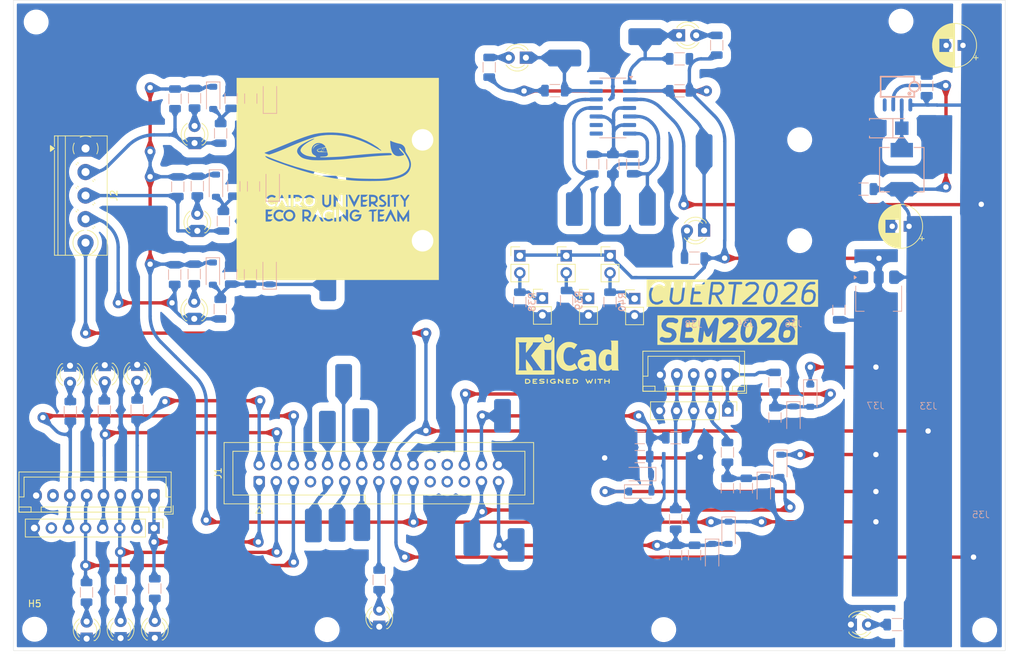
<source format=kicad_pcb>
(kicad_pcb (version 20241229) (generator "pcbnew") (generator_version "9.0")
  (layers (0 "F.Cu" signal) (2 "B.Cu" signal) (13 "F.Paste" user) (15 "B.Paste" user) (5 "F.SilkS" user "F.Silkscreen") (7 "B.SilkS" user "B.Silkscreen") (1 "F.Mask" user) (3 "B.Mask" user) (25 "Edge.Cuts" user))
  (net 0 "")
  (net 1 "+12V")
  (net 2 "GND")
  (net 3 "+5V")
  (net 4 "+3.3V")
  (net 5 "VShuntB_Cnd")
  (net 6 "/EN")
  (net 7 "/Brake")
  (net 8 "/A_IN")
  (net 10 "/C_IN")
  (net 11 "Net-(D2-K)")
  (net 12 "/B_IN")
  (net 13 "/C_nSD")
  (net 14 "/B_nSD")
  (net 15 "/A_nSD")
  (net 16 "Net-(D3-A)")
  (net 18 "AREF")
  (net 19 "VShuntC_Cnd")
  (net 20 "VShuntA_Cnd")
  (net 21 "Net-(D1-A)")
  (net 22 "VDCH")
  (net 23 "/HallSensorInterface_B/Hall")
  (net 24 "Net-(D6-A)")
  (net 25 "Net-(D11-A)")
  (net 26 "/HallSensorInterface_C/Hall")
  (net 27 "Net-(D14-A)")
  (net 28 "/HallSensorInterface_A/Hall")
  (net 29 "Net-(D21-A)")
  (net 30 "Net-(D22-A)")
  (net 31 "Net-(D23-A)")
  (net 33 "Net-(D24-A)")
  (net 34 "Net-(D25-A)")
  (net 35 "Net-(D26-A)")
  (net 37 "Net-(J1-Pin_9)")
  (net 38 "Net-(J1-Pin_11)")
  (net 39 "Net-(J1-Pin_10)")
  (net 43 "/HallSensorInterface_B/HallCnd")
  (net 44 "/A_PhaseCnd")
  (net 45 "/HallSensorInterface_C/HallCnd")
  (net 46 "/HallSensorInterface_A/HallCnd")
  (net 47 "/C_PhaseCnd")
  (net 48 "/B_PhaseCnd")
  (net 49 "Net-(J1-Pin_14)")
  (net 50 "Net-(J1-Pin_13)")
  (net 51 "Net-(J1-Pin_12)")
  (net 52 "/A_Phase")
  (net 53 "/C_Phase")
  (net 54 "/B_Phase")
  (net 55 "Net-(U3A--)")
  (net 56 "/VdchCnd")
  (net 57 "/ZCD/A_PhaseCnd")
  (net 58 "/ZCD/B_PhaseCnd")
  (net 59 "/ZCD/C_PhaseCnd")
  (net 60 "/A_ZCD")
  (net 61 "Net-(D27-A)")
  (net 62 "/B_ZCD")
  (net 63 "Net-(D28-A)")
  (net 64 "/C_ZCD")
  (net 65 "Net-(D29-A)")
  (net 66 "/NTC1")
  (net 67 "/NTC2")
  (net 68 "/NTC3")
  (footprint "Connector_PinHeader_2.54mm:PinHeader_1x02_P2.54mm_Vertical" (layer "F.Cu") (at 197.75 60.95)
    (property "Reference" "J28" (hide yes))
    (property "Value" "Conn_01x02_Pin")
  )
  (footprint "Connector_PinHeader_2.54mm:PinHeader_1x02_P2.54mm_Vertical" (layer "F.Cu") (at 204.25 60.95)
    (property "Reference" "J29" (hide yes))
    (property "Value" "Conn_01x02_Pin")
  )
  (footprint "LED_THT:LED_D3.0mm" (layer "F.Cu") (at 218.225 57.2 180)
    (property "Reference" "D27" (hide yes))
    (property "Value" "LED")
  )
  (footprint "LibMain:DinRailPCBClip_P15" (layer "F.Cu") (at 176.35 49.916666)
    (property "Reference" "DRA2" (hide yes))
    (property "Value" "DIN_Rail_Adapter")
  )
  (footprint "LED_THT:LED_D3.0mm" (layer "F.Cu") (at 169.965 116.095 90)
    (property "Reference" "D1" (hide yes))
    (property "Value" "LED")
  )
  (footprint "Symbol:KiCad-Logo2_6mm_SilkScreen" (layer "F.Cu") (at 197.892514 75.604848)
    (property "Reference" "H4" (hide yes))
    (property "Value" "MountingHole" (hide yes))
  )
  (footprint "Connector_PinHeader_2.54mm:PinHeader_1x05_P2.54mm_Vertical" (layer "F.Cu") (at 221.755 83.995 -90)
    (property "Reference" "J6" (hide yes))
    (property "Value" "Conn_01x05_Pin")
  )
  (footprint "TerminalBlock_Phoenix:TerminalBlock_Phoenix_PT-1,5-5-3.5-H_1x05_P3.50mm_Horizontal" (layer "F.Cu") (at 126.3325 45 -90)
    (property "Reference" "J2")
    (property "Value" "Screw_Terminal_01x05")
  )
  (footprint "Capacitor_THT:CP_Radial_D6.3mm_P2.50mm" (layer "F.Cu") (at 256.68238 29.67 180)
    (property "Reference" "C1" (hide yes))
    (property "Value" "100uF-35V")
  )
  (footprint "LED_THT:LED_D3.0mm" (layer "F.Cu") (at 142.94 57.25 90)
    (property "Reference" "D6" (hide yes))
    (property "Value" "LED")
  )
  (footprint "LED_THT:LED_D3.0mm" (layer "F.Cu") (at 191.75 31.5 180)
    (property "Reference" "D29" (hide yes))
    (property "Value" "LED")
  )
  (footprint "Connector_PinHeader_2.54mm:PinHeader_1x08_P2.54mm_Vertical" (layer "F.Cu") (at 136.5 101.425 -90)
    (property "Reference" "J5" (hide yes))
    (property "Value" "Conn_01x08_Pin")
  )
  (footprint "LibMain:B2B_Mount" (layer "F.Cu") (at 188.65 116.825)
    (property "Reference" "REF**" (hide yes))
    (property "Value" "B2B_Mount")
  )
  (footprint "Capacitor_THT:CP_Radial_D6.3mm_P2.50mm" (layer "F.Cu") (at 248.67 56.57 180)
    (property "Reference" "C3" (hide yes))
    (property "Value" "180uF-10V")
  )
  (footprint "LED_THT:LED_D3.0mm" (layer "F.Cu") (at 129.19 77.21 -90)
    (property "Reference" "D25" (hide yes))
    (property "Value" "LED")
  )
  (footprint "MountingHole:MountingHole_3.2mm_M3_DIN965" (layer "F.Cu") (at 119 26.2)
    (property "Reference" "H1" (hide yes))
    (property "Value" "MountingHole")
  )
  (footprint "LED_THT:LED_D3.0mm" (layer "F.Cu") (at 134 77.16 -90)
    (property "Reference" "D24" (hide yes))
    (property "Value" "LED")
  )
  (footprint "MountingHole:MountingHole_3.2mm_M3_DIN965" (layer "F.Cu") (at 247.475 26.075)
    (property "Reference" "H2" (hide yes))
    (property "Value" "MountingHole")
  )
  (footprint "MountingHole:MountingHole_3.2mm_M3_DIN965" (layer "F.Cu") (at 259.9 116.575)
    (property "Reference" "H3" (hide yes))
    (property "Value" "MountingHole")
  )
  (footprint "Connector_PinHeader_2.54mm:PinHeader_1x02_P2.54mm_Vertical" (layer "F.Cu") (at 207.9 67.325)
    (property "Reference" "J32" (hide yes))
    (property "Value" "Conn_01x02_Pin")
  )
  (footprint "LED_THT:LED_D3.0mm" (layer "F.Cu") (at 126.5 117.8725 90)
    (property "Reference" "D23" (hide yes))
    (property "Value" "LED")
  )
  (footprint "LED_THT:LED_D3.0mm" (layer "F.Cu") (at 142.53 44.1925 90)
    (property "Reference" "D11" (hide yes))
    (property "Value" "LED")
  )
  (footprint "Connector_PinHeader_2.54mm:PinHeader_1x02_P2.54mm_Vertical" (layer "F.Cu") (at 190.85 60.95)
    (property "Reference" "J27" (hide yes))
    (property "Value" "Conn_01x02_Pin")
  )
  (footprint "LED_THT:LED_D3.0mm" (layer "F.Cu") (at 136.625 117.77 90)
    (property "Reference" "D21" (hide yes))
    (property "Value" "LED")
  )
  (footprint "LED_THT:LED_D3.0mm" (layer "F.Cu") (at 124.03 77.29 -90)
    (property "Reference" "D26" (hide yes))
    (property "Value" "LED")
  )
  (footprint "LED_THT:LED_D3.0mm" (layer "F.Cu") (at 214.505 28.175)
    (property "Reference" "D28" (hide yes))
    (property "Value" "LED")
  )
  (footprint "Connector_JST:JST_XH_B8B-XH-A_1x08_P2.50mm_Vertical" (layer "F.Cu") (at 136.5 96.6 180)
    (property "Reference" "J4" (hide yes))
    (property "Value" "Conn_01x08")
  )
  (footprint "LibMain:DinRailPCBClip_P15" (layer "F.Cu") (at 232.375 49.9)
    (property "Reference" "DRA1" (hide yes))
    (property "Value" "DIN_Rail_Adapter")
  )
  (footprint "LED_THT:LED_D3.0mm" (layer "F.Cu") (at 131.54 117.79 90)
    (property "Reference" "D22" (hide yes))
    (property "Value" "LED")
  )
  (footprint "Connector_PinHeader_2.54mm:PinHeader_1x02_P2.54mm_Vertical" (layer "F.Cu") (at 201.05 67.275)
    (property "Reference" "J31" (hide yes))
    (property "Value" "Conn_01x02_Pin")
  )
  (footprint "Connector_JST:JST_XH_B5B-XH-A_1x05_P2.50mm_Vertical" (layer "F.Cu") (at 221.68 78.645 180)
    (property "Reference" "J3" (hide yes))
    (property "Value" "Conn_01x05")
  )
  (footprint "Connector_PinHeader_2.54mm:PinHeader_1x02_P2.54mm_Vertical" (layer "F.Cu") (at 194.2 67.25)
    (property "Reference" "J30" (hide yes))
    (property "Value" "Conn_01x02_Pin")
  )
  (footprint "LED_THT:LED_D3.0mm" (layer "F.Cu") (at 240.0325 115.78)
    (property "Reference" "D3" (hide yes))
    (property "Value" "LED")
  )
  (footprint "Connector_IDC:IDC-Header_2x15_P2.54mm_Vertical" (layer "F.Cu") (at 152.13 94.54 90)
    (property "Reference" "J1")
    (property "Value" "Conn_02x15_Odd_Even")
  )
  (footprint "MountingHole:MountingHole_3.2mm_M3_DIN965" (layer "F.Cu") (at 118.775 116.475)
    (property "Reference" "H5")
    (property "Value" "MountingHole")
  )
  (footprint "LED_THT:LED_D3.0mm" (layer "F.Cu") (at 142.48 70.32 90)
    (property "Reference" "D14" (hide yes))
    (property "Value" "LED")
  )
  (footprint "LOGO" (layer "F.Cu") (at 163.8 49.525)
    (property "Reference" "G***" (hide yes))
    (property "Value" "LOGO" (hide yes))
  )
  (footprint "Diode_SMD:D_SOD-123" (layer "B.Cu") (at 229.55 92.18 -90)
    (property "Reference" "D9" (hide yes))
    (property "Value" "D_Schottky")
  )
  (footprint "Resistor_SMD:R_1206_3216Metric" (layer "B.Cu") (at 140.0375 50.679999 90)
    (property "Reference" "R5" (hide yes))
    (property "Value" "4.7K")
  )
  (footprint "Package_TO_SOT_SMD:SOT-223-3_TabPin2" (layer "B.Cu") (at 244.16 67.29 -90)
    (property "Reference" "U2" (hide yes))
    (property "Value" "AMS1117-3.3")
  )
  (footprint "LibMain:WirePad_2.5x5" (layer "B.Cu") (at 161.375 65.2 90)
    (property "Reference" "J7" (hide yes))
    (property "Value" "A_HallCnd")
  )
  (footprint "LibMain:WirePad_2.5x5" (layer "B.Cu") (at 168.175 86.125 -90)
    (property "Reference" "J18" (hide yes))
    (property "Value" "C_ZCD")
  )
  (footprint "Resistor_SMD:R_1206_3216Metric" (layer "B.Cu") (at 169.955 109.135 90)
    (property "Reference" "R1" (hide yes))
    (property "Value" "1K")
  )
  (footprint "Resistor_SMD:R_1206_3216Metric" (layer "B.Cu") (at 214.575 36.425 180)
    (property "Reference" "R30" (hide yes))
    (property "Value" "4.7k")
  )
  (footprint "Capacitor_SMD:C_1206_3216Metric" (layer "B.Cu") (at 221.68 95.51 -90)
    (property "Reference" "C7" (hide yes))
    (property "Value" "47nF")
  )
  (footprint "Diode_SMD:D_SOD-123" (layer "B.Cu") (at 154.14 50.480001 90)
    (property "Reference" "D8" (hide yes))
    (property "Value" "D_Schottky")
  )
  (footprint "Diode_SMD:D_SOD-123" (layer "B.Cu") (at 145.3 37.4725 -90)
    (property "Reference" "D12" (hide yes))
    (property "Value" "D_Schottky")
  )
  (footprint "Resistor_SMD:R_1206_3216Metric" (layer "B.Cu") (at 142.48 63.66 90)
    (property "Reference" "R16" (hide yes))
    (property "Value" "1k")
  )
  (footprint "Resistor_SMD:R_1206_3216Metric" (layer "B.Cu") (at 136.625 110.425 90)
    (property "Reference" "R24" (hide yes))
    (property "Value" "1k")
  )
  (footprint "Diode_SMD:D_SOD-123" (layer "B.Cu") (at 227.1 95.48 -90)
    (property "Reference" "D10" (hide yes))
    (property "Value" "D_Schottky")
  )
  (footprint "Diode_SMD:D_SOD-123" (layer "B.Cu") (at 153.73 37.4225 90)
    (property "Reference" "D13" (hide yes))
    (property "Value" "D_Schottky")
  )
  (footprint "Resistor_SMD:R_1206_3216Metric" (layer "B.Cu") (at 228.75 79.75 90)
    (property "Reference" "R2" (hide yes))
    (property "Value" "47K")
  )
  (footprint "Diode_SMD:D_SOD-123" (layer "B.Cu") (at 234 81.75 -90)
    (property "Reference" "D4" (hide yes))
    (property "Value" "D_Schottky")
  )
  (footprint "Resistor_SMD:R_1206_3216Metric" (layer "B.Cu") (at 186.3 32.925 -90)
    (property "Reference" "R37" (hide yes))
    (property "Value" "1k")
  )
  (footprint "LibMain:WirePad_2.5x5" (layer "B.Cu") (at 165.625 79.55 -90)
    (property "Reference" "J16" (hide yes))
    (property "Value" "A_ZCD")
  )
  (footprint "LibMain:WirePad_2.5x5" (layer "B.Cu") (at 189.225 84.75 -90)
    (property "Reference" "J25" (hide yes))
    (property "Value" "B_PhaseCnd")
  )
  (footprint "LibMain:WirePad_2.5x5" (layer "B.Cu") (at 161.125 101.05 -90)
    (property "Reference" "J10" (hide yes))
    (property "Value" "A_HallCnd")
  )
  (footprint "Resistor_SMD:R_1206_3216Metric" (layer "B.Cu") (at 148.37 50.63 -90)
    (property "Reference" "R8" (hide yes))
    (property "Value" "100")
  )
  (footprint "LibMain:WirePad_2.5x5" (layer "B.Cu") (at 182.775 103.075 90)
    (property "Reference" "J24" (hide yes))
    (property "Value" "A_PhaseCnd")
  )
  (footprint "Resistor_SMD:R_1206_3216Metric" (layer "B.Cu") (at 214.575 31.675 180)
    (property "Reference" "R31" (hide yes))
    (property "Value" "4.7k")
  )
  (footprint "Diode_SMD:D_SOD-123" (layer "B.Cu") (at 145.25 63.600001 -90)
    (property "Reference" "D15" (hide yes))
    (property "Value" "D_Schottky")
  )
  (footprint "Capacitor_SMD:C_1206_3216Metric" (layer "B.Cu") (at 238.25 69 90)
    (property "Reference" "C5" (hide yes))
    (property "Value" "10u")
  )
  (footprint "Resistor_SMD:R_1206_3216Metric" (layer "B.Cu") (at 204.25 67.825 90)
    (property "Reference" "R40")
    (property "Value" "2.2K")
  )
  (footprint "LibMain:WirePad_2.5x5" (layer "B.Cu") (at 210.75 53.975 -90)
    (property "Reference" "J21" (hide yes))
    (property "Value" "A_PhaseCnd")
  )
  (footprint "LibMain:WirePad_2.5x5" (layer "B.Cu") (at 224.35 71.55 180)
    (property "Reference" "J34")
    (property "Value" "Conn_01x01_Pin")
  )
  (footprint "Capacitor_SMD:C_1206_3216Metric" (layer "B.Cu") (at 251.29 35.69 90)
    (property "Reference" "C2" (hide yes))
    (property "Value" "1u")
  )
  (footprint "Resistor_SMD:R_1206_3216Metric" (layer "B.Cu") (at 216.809999 105.45238 -90)
    (property "Reference" "R20" (hide yes))
    (property "Value" "2.2K")
  )
  (footprint "EasyEDA:SMA_L4.3-W2.6-LS5.2-RD" (layer "B.Cu") (at 245.39 41.99 180)
    (property "Reference" "D2" (hide yes))
    (property "Value" "SS34_C8678")
  )
  (footprint "Capacitor_SMD:C_1206_3216Metric" (layer "B.Cu") (at 151.29 50.64 90)
    (property "Reference" "C6" (hide yes))
    (property "Value" "100nF 50V")
  )
  (footprint "Capacitor_SMD:C_1206_3216Metric" (layer "B.Cu") (at 150.88 37.5825 90)
    (property "Reference" "C8" (hide yes))
    (property "Value" "100nF 50V")
  )
  (footprint "Resistor_SMD:R_1206_3216Metric" (layer "B.Cu") (at 220.1 29.65 -90)
    (property "Reference" "R36" (hide yes))
    (property "Value" "1k")
  )
  (footprint "Resistor_SMD:R_1206_3216Metric" (layer "B.Cu") (at 214 88)
    (property "Reference" "R21" (hide yes))
    (property "Value" "47K")
  )
  (footprint "Resistor_SMD:R_1206_3216Metric" (layer "B.Cu") (at 142.53 37.5325 90)
    (property "Reference" "R12" (hide yes))
    (property "Value" "1k")
  )
  (footprint "LibMain:WirePad_2.5x5" (layer "B.Cu") (at 164.65 100.975 -90)
    (property "Reference" "J12" (hide yes))
    (property "Value" "C_HallCnd")
  )
  (footprint "Resistor_SMD:R_1206_3216Metric" (layer "B.Cu") (at 147.96 37.5725 -90)
    (property "Reference" "R14" (hide yes))
    (property "Value" "100")
  )
  (footprint "Resistor_SMD:R_1206_3216Metric" (layer "B.Cu") (at 216.775 61.3)
    (property "Reference" "R23" (hide yes))
    (property "Value" "1k")
  )
  (footprint "Diode_SMD:D_SOD-123" (layer "B.Cu") (at 145.71 50.530001 -90)
    (property "Reference" "D7" (hide yes))
    (property "Value" "D_Schottky")
  )
  (footprint "LibMain:WirePad_2.5x5" (layer "B.Cu") (at 199.9 54 -90)
    (property "Reference" "J23" (hide yes))
    (property "Value" "C_PhaseCnd")
  )
  (footprint "Diode_SMD:D_SOD-123" (layer "B.Cu") (at 219.41 105.43238 -90)
    (property "Reference" "D18" (hide yes))
    (property "Value" "D_Schottky")
  )
  (footprint "LibMain:WirePad_2.5x5" (layer "B.Cu") (at 163.5 51.55 -90)
    (property "Reference" "J8" (hide yes))
    (property "Value" "B_HallBCnd")
  )
  (footprint "Resistor_SMD:R_1206_3216Metric" (layer "B.Cu") (at 207.625 47.3 -90)
    (property "Reference" "R33" (hide yes))
    (property "Value" "100k")
  )
  (footprint "Resistor_SMD:R_1206_3216Metric" (layer "B.Cu") (at 221.69 90.18 90)
    (property "Reference" "R9" (hide yes))
    (property "Value" "47K")
  )
  (footprint "Resistor_SMD:R_1206_3216Metric" (layer "B.Cu") (at 131.575 110.65 90)
    (property "Reference" "R25" (hide yes))
    (property "Value" "1k")
  )
  (footprint "LibMain:WirePad_2.5x5" (layer "B.Cu") (at 191.25 103.95 -90)
    (property "Reference" "J26" (hide yes))
    (property "Value" "C_PhaseCnd")
  )
  (footprint "Resistor_SMD:R_1206_3216Metric" (layer "B.Cu") (at 201.675 47.325 -90)
    (property "Reference" "R35" (hide yes))
    (property "Value" "100k")
  )
  (footprint "LibMain:WirePad_2.5x5" (layer "B.Cu") (at 259.35 99.95 180)
    (property "Reference" "J35")
    (property "Value" "Conn_01x01_Pin")
  )
  (footprint "Resistor_SMD:R_1206_3216Metric" (layer "B.Cu") (at 139.5775 63.749999 90)
    (property "Reference" "R15" (hide yes))
    (property "Value" "4.7K")
  )
  (footprint "LibMain:WirePad_2.5x5" (layer "B.Cu") (at 197.475 32.5 180)
    (property "Reference" "J15" (hide yes))
    (property "Value" "C_ZCD")
  )
  (footprint "LibMain:WirePad_2.5x5" (layer "B.Cu") (at 243.7 83.75 180)
    (property "Reference" "J37")
    (property "Value" "Conn_01x01_Pin")
  )
  (footprint "Resistor_SMD:R_1206_3216Metric" (layer "B.Cu") (at 124.075 84.075 -90)
    (property "Reference" "R29" (hide yes))
    (property "Value" "1k")
  )
  (footprint "Diode_SMD:D_SOD-123" (layer "B.Cu") (at 231.5 85 -90)
    (property "Reference" "D5" (hide yes))
    (property "Value" "D_Schottky")
  )
  (footprint "EasyEDA:IND-SMD_L7.1-W6.6_H5.0" (layer "B.Cu") (at 247.59 48.15 -90)
    (property "Reference" "L1" (hide yes))
    (property "Value" "SMMS0650-680M")
  )
  (footprint "LibMain:WirePad_2.5x5" (layer "B.Cu") (at 240.125 34.125 180)
    (property "Reference" "J20" (hide yes))
    (property "Value" "Conn_01x01_Pin")
  )
  (footprint "Resistor_SMD:R_1206_3216Metric" (layer "B.Cu") (at 147.91 63.7 -90)
    (property "Reference" "R18" (hide yes))
    (property "Value" "100")
  )
  (footprint "LibMain:WirePad_2.5x5" (layer "B.Cu") (at 168.325 100.85 -90)
    (property "Reference" "J17" (hide yes))
    (property "Value" "B_ZCD")
  )
  (footprint "Resistor_SMD:R_1206_3216Metric" (layer "B.Cu") (at 246.8925 115.78 180)
    (property "Reference" "R4" (hide yes))
    (property "Value" "1k")
  )
  (footprint "LibMain:WirePad_2.5x5" (layer "B.Cu") (at 163.3 38.8 -90)
    (property "Reference" "J9" (hide yes))
    (property "Value" "C_HallCnd")
  )
  (footprint "Diode_SMD:D_SOD-123" (layer "B.Cu") (at 208.75 96)
    (property "Reference" "D19" (hide yes))
    (property "Value" "D_Schottky")
  )
  (footprint "LibMain:WirePad_2.5x5" (layer "B.Cu") (at 209.475 29.325 180)
    (property "Reference" "J14" (hide yes))
    (property "Value" "B_ZCD")
  )
  (footprint "Resistor_SMD:R_1206_3216Metric" (layer "B.Cu") (at 228.75 85 -90)
    (property "Reference" "R3" (hide yes))
    (property "Value" "2.2K")
  )
  (footprint "Resistor_SMD:R_1206_3216Metric" (layer "B.Cu") (at 146.349999 68.8775 90)
    (property "Reference" "R17" (hide yes))
    (property "Value" "470")
  )
  (footprint "Resistor_SMD:R_1206_3216Metric" (layer "B.Cu") (at 214 100.13238 90)
    (property "Reference" "R19" (hide yes))
    (property "Value" "47K")
  )
  (footprint "Capacitor_SMD:C_1206_3216Metric" (layer "B.Cu") (at 208.67 87.99 180)
    (property "Reference" "C11" (hide yes))
    (property "Value" "47nF")
  )
  (footprint "Resistor_SMD:R_1206_3216Metric" (layer "B.Cu") (at 129.125 83.975 -90)
    (property "Reference" "R28" (hide yes))
    (property "Value" "1k")
  )
  (footprint "Capacitor_SMD:C_1206_3216Metric" (layer "B.Cu") (at 241.91 51.04 180)
    (property "Reference" "C4" (hide yes))
    (property "Value" "10u")
  )
  (footprint "Resistor_SMD:R_1206_3216Metric" (layer "B.Cu") (at 197.8 67.575 90)
    (property "Reference" "R39")
    (property "Value" "2.2K")
  )
  (footprint "Resistor_SMD:R_1206_3216Metric" (layer "B.Cu") (at 196.05 36.4)
    (property "Reference" "R32" (hide yes))
    (property "Value" "4.7k")
  )
  (footprint "Resistor_SMD:R_1206_3216Metric" (layer "B.Cu") (at 208.68 90.809999 180)
    (property "Reference" "R22" (hide yes))
    (property "Value" "2.2K")
  )
  (footprint "EasyEDA:SOIC-8_L5.0-W4.0-P1.27-LS6.0-BL" (layer "B.Cu") (at 246.95 35.82 180)
    (property "Reference" "U1" (hide yes))
    (property "Value" "XL1509-5.0E1")
  )
  (footprint "Package_SO:SOIC-14_3.9x8.7mm_P1.27mm" (layer "B.Cu") (at 204.675 38.975 180)
    (property "Reference" "U3" (hide yes))
    (property "Value" "LM339")
  )
  (footprint "Capacitor_SMD:C_1206_3216Metric" (layer "B.Cu") (at 213.99 105.46238 -90)
    (property "Reference" "C10" (hide yes))
    (property "Value" "47nF")
  )
  (footprint "Resistor_SMD:R_1206_3216Metric" (layer "B.Cu") (at 190.85 67.825 90)
    (property "Reference" "R38")
    (property "Value" "2.2K")
  )
  (footprint "LibMain:WirePad_2.5x5" (layer "B.Cu") (at 163.207419 86.5 -90)
    (property "Reference" "J11" (hide yes))
    (property "Value" "B_HallCnd")
  )
  (footprint "Resistor_SMD:R_1206_3216Metric" (layer "B.Cu") (at 142.94 50.59 90)
    (property "Reference" "R6" (hide yes))
    (property "Value" "1k")
  )
  (footprint "Resistor_SMD:R_1206_3216Metric" (layer "B.Cu") (at 224.5 95.5 -90)
    (property "Reference" "R10" (hide yes))
    (property "Value" "2.2K")
  )
  (footprint "Resistor_SMD:R_1206_3216Metric" (layer "B.Cu") (at 204.675 47.35 -90)
    (property "Reference" "R34" (hide yes))
    (property "Value" "100k")
  )
  (footprint "Resistor_SMD:R_1206_3216Metric" (layer "B.Cu") (at 139.6275 37.6225 90)
    (property "Reference" "R11" (hide yes))
    (property "Value" "4.7K")
  )
  (footprint "LibMain:WirePad_2.5x5" (layer "B.Cu") (at 259.525 35.975 180)
    (property "Reference" "J19" (hide yes))
    (property "Value" "Conn_01x01_Pin")
  )
  (footprint "LibMain:WirePad_2.5x5" (layer "B.Cu") (at 205.55 54.05 -90)
    (property "Reference" "J22" (hide yes))
    (property "Value" "B_PhaseCnd")
  )
  (footprint "LibMain:WirePad_2.5x5" (layer "B.Cu") (at 251.55 83.8 180)
    (property "Reference" "J33")
    (property "Value" "Conn_01x01_Pin")
  )
  (footprint "Diode_SMD:D_SOD-123" (layer "B.Cu") (at 153.68 63.550001 90)
    (property "Reference" "D16" (hide yes))
    (property "Value" "D_Schottky")
  )
  (footprint "Capacitor_SMD:C_1206_3216Metric" (layer "B.Cu") (at 150.83 63.71 90)
    (property "Reference" "C9" (hide yes))
    (property "Value" "100nF 50V")
  )
  (footprint "Resistor_SMD:R_1206_3216Metric" (layer "B.Cu") (at 146.4 42.75 90)
    (property "Reference" "R13" (hide yes))
    (property "Value" "470")
  )
  (footprint "LibMain:WirePad_2.5x5" (layer "B.Cu") (at 219.175 45.375 -90)
    (property "Reference" "J13" (hide yes))
    (property "Value" "A_ZCD")
  )
  (footprint "LibMain:WirePad_2.5x5" (layer "B.Cu") (at 231.5 71.55 180)
    (property "Reference" "J36")
    (property "Value" "Conn_01x01_Pin")
  )
  (footprint "Resistor_SMD:R_1206_3216Metric" (layer "B.Cu") (at 134 83.85 -90)
    (property "Reference" "R27" (hide yes))
    (property "Value" "1k")
  )
  (footprint "Diode_SMD:D_SOD-123" (layer "B.Cu") (at 221.86 102.13238 -90)
    (property "Reference" "D17" (hide yes))
    (property "Value" "D_Schottky")
  )
  (footprint "Diode_SMD:D_SOD-123" (layer "B.Cu") (at 208.7 93.41 180)
    (property "Reference" "D20" (hide yes))
    (property "Value" "D_Schottky")
  )
  (footprint "LibMain:WirePad_2.5x5" (layer "B.Cu") (at 216.65 71.65 180)
    (property "Reference" "J38")
    (property "Value" "Conn_01x01_Pin")
  )
  (footprint "Resistor_SMD:R_1206_3216Metric" (layer "B.Cu") (at 126.48 110.985 90)
    (property "Reference" "R26" (hide yes))
    (property "Value" "1k")
  )
  (footprint "Resistor_SMD:R_1206_3216Metric" (layer "B.Cu") (at 146.809999 55.8075 90)
    (property "Reference" "R7" (hide yes))
    (property "Value" "470")
  )
  (gr_rect (start 115.625 22.95) (end 262.95 119.65) (stroke (width 0.05)) (fill no) (layer "Edge.Cuts"))
  (gr_text "CUERT2026" (at 209.25 66.65 -0) (layer "F.SilkS" knockout) (effects (font (size 3 3) (thickness 0.375) (italic yes)) (justify left)))
  (gr_text "SEM2026" (at 210.95 72.15 -0) (layer "F.SilkS" knockout) (effects (font (size 3 3) (thickness 0.7) (bold yes) (italic yes)) (justify left)))
  (segment (start 259.4 53.3) (end 259.375 53.325) (width 0.5) (layer "F.Cu") (net 1))
  (segment (start 215.2 53.35) (end 259.314644 53.35) (width 0.5) (layer "F.Cu") (net 1))
  (segment (start 258.25 105.75) (end 173.75 105.75) (width 0.5) (layer "F.Cu") (net 1))
  (via (at 173.75 105.75) (size 1.6) (drill 0.8) (layers "F.Cu" "B.Cu") (net 1))
  (via (at 215.2 53.35) (size 1.6) (drill 0.8) (layers "F.Cu" "B.Cu") (net 1))
  (via (at 259.4 53.3) (size 1.6) (drill 0.8) (layers "F.Cu" "B.Cu") (net 1))
  (via (at 258.25 105.75) (size 1.6) (drill 0.8) (layers "F.Cu" "B.Cu") (net 1))
  (arc (start 259.375 53.325) (mid 259.347308 53.343502) (end 259.314644 53.35) (width 0.5) (layer "F.Cu") (net 1))
  (segment (start 252.825857 38.53) (end 251.61435 38.53) (width 0.5) (layer "B.Cu") (net 1))
  (segment (start 173.1 105.1) (end 173.75 105.75) (width 0.5) (layer "B.Cu") (net 1))
  (segment (start 251.345649 38.53) (end 248.86 38.53) (width 0.5) (layer "B.Cu") (net 1))
  (segment (start 251.29 38.205649) (end 251.29 37.165) (width 0.5) (layer "B.Cu") (net 1))
  (segment (start 208.8275 37.705) (end 207.15 37.705) (width 0.5) (layer "B.Cu") (net 1))
  (segment (start 256.865 38.585) (end 256.9 38.62) (width 0.5) (layer "B.Cu") (net 1))
  (segment (start 215.2 44.653963) (end 215.2 53.35) (width 0.5) (layer "B.Cu") (net 1))
  (segment (start 251.61435 38.53) (end 251.345649 38.53) (width 0.5) (layer "B.Cu") (net 1))
  (segment (start 252.874142 38.55) (end 256.780502 38.55) (width 0.5) (layer "B.Cu") (net 1))
  (segment (start 172.45 103.530761) (end 172.45 94.54) (width 0.5) (layer "B.Cu") (net 1))
  (segment (start 213.606207 40.806207) (end 211.691171 38.891171) (width 0.5) (layer "B.Cu") (net 1))
  (arc (start 252.85 38.54) (mid 252.861076 38.547401) (end 252.874142 38.55) (width 0.5) (layer "B.Cu") (net 1))
  (arc (start 251.29 38.205649) (mid 251.314689 38.329773) (end 251.385 38.435) (width 0.5) (layer "B.Cu") (net 1))
  (arc (start 251.385 38.435) (mid 251.490226 38.50531) (end 251.61435 38.53) (width 0.5) (layer "B.Cu") (net 1))
  (arc (start 172.45 103.530761) (mid 172.618929 104.380027) (end 173.1 105.1) (width 0.5) (layer "B.Cu") (net 1))
  (arc (start 211.691171 38.891171) (mid 210.377307 38.013275) (end 208.8275 37.705) (width 0.5) (layer "B.Cu") (net 1))
  (arc (start 252.85 38.54) (mid 252.838923 38.532598) (end 252.825857 38.53) (width 0.5) (layer "B.Cu") (net 1))
  (arc (start 251.345649 38.53) (mid 251.397063 38.495646) (end 251.385 38.435) (width 0.5) (layer "B.Cu") (net 1))
  (arc (start 256.865 38.585) (mid 256.826232 38.559096) (end 256.780502 38.55) (width 0.5) (layer "B.Cu") (net 1))
  (arc (start 213.606207 40.806207) (mid 214.785786 42.571572) (end 215.2 44.653963) (width 0.5) (layer "B.Cu") (net 1))
  (segment (start 203.45 91) (end 217.436611 91) (width 0.5) (layer "F.Cu") (net 2))
  (segment (start 217.65 90.875) (end 217.5875 90.9375) (width 0.5) (layer "F.Cu") (net 2))
  (via (at 217.65 90.875) (size 1.6) (drill 0.8) (layers "F.Cu" "B.Cu") (net 2))
  (via (at 203.45 91) (size 1.6) (drill 0.8) (layers "F.Cu" "B.Cu") (net 2))
  (arc (start 217.5875 90.9375) (mid 217.518271 90.983756) (end 217.436611 91) (width 0.5) (layer "F.Cu") (net 2))
  (segment (start 195.129549 41.52045) (end 197.794183 38.855816) (width 0.5) (layer "B.Cu") (net 2))
  (segment (start 159.75 92) (end 159.75 77.9) (width 0.5) (layer "B.Cu") (net 2))
  (segment (start 195.05 41.7125) (end 195.05 41.825) (width 0.5) (layer "B.Cu") (net 2))
  (segment (start 200.5725 37.705) (end 202.2 37.705) (width 0.5) (layer "B.Cu") (net 2))
  (arc (start 195.129549 41.52045) (mid 195.070674 41.608563) (end 195.05 41.7125) (width 0.5) (layer "B.Cu") (net 2))
  (arc (start 200.5725 37.705) (mid 199.068885 38.004087) (end 197.794183 38.855816) (width 0.5) (layer "B.Cu") (net 2))
  (segment (start 254.16 35.698284) (end 254.16 50.722928) (width 0.5) (layer "F.Cu") (net 3))
  (segment (start 176.985355 87) (end 251.5 87) (width 0.5) (layer "F.Cu") (net 3))
  (segment (start 254.155 50.735) (end 254.15 50.74) (width 0.5) (layer "F.Cu") (net 3))
  (segment (start 254.12 35.63) (end 254.14 35.65) (width 0.5) (layer "F.Cu") (net 3))
  (segment (start 176.9 72.45) (end 126.3325 72.45) (width 0.5) (layer "F.Cu") (net 3))
  (segment (start 176.925 86.975) (end 176.9 86.95) (width 0.5) (layer "F.Cu") (net 3))
  (via (at 254.12 35.63) (size 1.6) (drill 0.8) (layers "F.Cu" "B.Cu") (net 3))
  (via (at 176.9 86.95) (size 1.6) (drill 0.8) (layers "F.Cu" "B.Cu") (net 3))
  (via (at 126.3325 72.45) (size 1.6) (drill 0.8) (layers "F.Cu" "B.Cu") (net 3))
  (via (at 251.5 87) (size 1.6) (drill 0.8) (layers "F.Cu" "B.Cu") (net 3))
  (via (at 254.15 50.74) (size 1.6) (drill 0.8) (layers "F.Cu" "B.Cu") (net 3))
  (via (at 176.9 72.45) (size 1.6) (drill 0.8) (layers "F.Cu" "B.Cu") (net 3))
  (arc (start 254.16 50.722928) (mid 254.1587 50.729461) (end 254.155 50.735) (width 0.5) (layer "F.Cu") (net 3))
  (arc (start 176.925 86.975) (mid 176.952691 86.993502) (end 176.985355 87) (width 0.5) (layer "F.Cu") (net 3))
  (arc (start 254.14 35.65) (mid 254.154802 35.672152) (end 254.16 35.698284) (width 0.5) (layer "F.Cu") (net 3))
  (segment (start 176.1625 86.95) (end 176.9 86.95) (width 0.5) (layer "B.Cu") (net 3))
  (segment (start 176.9 86.95) (end 176.85 87) (width 0.5) (layer "B.Cu") (net 3))
  (segment (start 176.9 72.45) (end 176.9 86.95) (width 0.5) (layer "B.Cu") (net 3))
  (segment (start 126.3325 72.45) (end 126.3325 59) (width 0.5) (layer "B.Cu") (net 3))
  (segment (start 247.59 51.067071) (end 247.59 52.596324) (width 0.5) (layer "B.Cu") (net 3))
  (segment (start 254.12 35.63) (end 248.419741 35.63) (width 0.5) (layer "B.Cu") (net 3))
  (segment (start 247.585 51.055) (end 247.58 51.05) (width 0.5) (layer "B.Cu") (net 3))
  (segment (start 246.910434 36.269565) (end 246.935 36.245) (width 0.5) (layer "B.Cu") (net 3))
  (segment (start 246.32 37.695) (end 246.32 38.53) (width 0.5) (layer "B.Cu") (net 3))
  (segment (start 247.555857 51.04) (end 243.385 51.04) (width 0.5) (layer "B.Cu") (net 3))
  (segment (start 172.45 90.9625) (end 172.45 92) (width 0.5) (layer "B.Cu") (net 3))
  (segment (start 254.15 50.74) (end 253.995 50.895) (width 0.5) (layer "B.Cu") (net 3))
  (segment (start 248.67 55.203675) (end 248.67 56.57) (width 0.5) (layer "B.Cu") (net 3))
  (segment (start 246.46 64.14) (end 251.17 64.14) (width 0.5) (layer "B.Cu") (net 3))
  (segment (start 247.607071 51.05) (end 253.620796 51.05) (width 0.5) (layer "B.Cu") (net 3))
  (segment (start 173.183623 89.191376) (end 174.903508 87.471491) (width 0.5) (layer "B.Cu") (net 3))
  (arc (start 247.585 51.055) (mid 247.59 51.057071) (end 247.595 51.055) (width 0.5) (layer "B.Cu") (net 3))
  (arc (start 253.995 50.895) (mid 253.823313 51.009716) (end 253.620796 51.05) (width 0.5) (layer "B.Cu") (net 3))
  (arc (start 247.59 52.596324) (mid 247.730341 53.301868) (end 248.13 53.9) (width 0.5) (layer "B.Cu") (net 3))
  (arc (start 247.595 51.055) (mid 247.591299 51.060538) (end 247.59 51.067071) (width 0.5) (layer "B.Cu") (net 3))
  (arc (start 248.13 53.9) (mid 248.529658 54.498131) (end 248.67 55.203675) (width 0.5) (layer "B.Cu") (net 3))
  (arc (start 247.607071 51.05) (mid 247.600538 51.051299) (end 247.595 51.055) (width 0.5) (layer "B.Cu") (net 3))
  (arc (start 248.419741 35.63) (mid 247.616205 35.789833) (end 246.935 36.245) (width 0.5) (layer "B.Cu") (net 3))
  (arc (start 246.910434 36.269565) (mid 246.473448 36.92356) (end 246.32 37.695) (width 0.5) (layer "B.Cu") (net 3))
  (arc (start 247.59 51.067071) (mid 247.5887 51.060538) (end 247.585 51.055) (width 0.5) (layer "B.Cu") (net 3))
  (arc (start 176.1625 86.95) (mid 175.481138 87.085531) (end 174.903508 87.471491) (width 0.5) (layer "B.Cu") (net 3))
  (arc (start 173.183623 89.191376) (mid 172.640662 90.003974) (end 172.45 90.9625) (width 0.5) (layer "B.Cu") (net 3))
  (arc (start 247.58 51.05) (mid 247.568923 51.042598) (end 247.555857 51.04) (width 0.5) (layer "B.Cu") (net 3))
  (segment (start 219.2245 100.5255) (end 219.25 100.5) (width 0.5) (layer "F.Cu") (net 4))
  (segment (start 203.5 96) (end 243.75 96) (width 0.5) (layer "F.Cu") (net 4))
  (segment (start 219.162937 100.551) (end 175.051 100.551) (width 0.5) (layer "F.Cu") (net 4))
  (segment (start 135.93 62.2) (end 135.93 49.2) (width 0.5) (layer "F.Cu") (net 4))
  (segment (start 175.051 100.551) (end 144.763839 100.551) (width 0.5) (layer "F.Cu") (net 4))
  (segment (start 243.75 77.5) (end 234 77.5) (width 0.5) (layer "F.Cu") (net 4))
  (segment (start 221.275 61.3) (end 221.2875 61.3125) (width 0.5) (layer "F.Cu") (net 4))
  (segment (start 243.75 90.5) (end 232.5 90.5) (width 0.5) (layer "F.Cu") (net 4))
  (segment (start 226.75 100.5) (end 243.75 100.5) (width 0.5) (layer "F.Cu") (net 4))
  (segment (start 244.2 61.325) (end 221.317677 61.325) (width 0.5) (layer "F.Cu") (net 4))
  (segment (start 135.93 35.95) (end 135.93 45.45) (width 0.5) (layer "F.Cu") (net 4))
  (segment (start 191.475 36.45) (end 218.6 36.45) (width 0.5) (layer "F.Cu") (net 4))
  (segment (start 144.25 100.25) (end 144.4005 100.4005) (width 0.5) (layer "F.Cu") (net 4))
  (via (at 243.75 96) (size 1.6) (drill 0.8) (layers "F.Cu" "B.Cu") (net 4))
  (via (at 234 77.5) (size 1.6) (drill 0.8) (layers "F.Cu" "B.Cu") (net 4))
  (via (at 191.475 36.45) (size 1.6) (drill 0.8) (layers "F.Cu" "B.Cu") (net 4))
  (via (at 243.75 90.5) (size 1.6) (drill 0.8) (layers "F.Cu" "B.Cu") (net 4))
  (via (at 243.75 77.5) (size 1.6) (drill 0.8) (layers "F.Cu" "B.Cu") (net 4))
  (via (at 243.75 100.5) (size 1.6) (drill 0.8) (layers "F.Cu" "B.Cu") (net 4))
  (via (at 135.93 62.2) (size 1.6) (drill 0.8) (layers "F.Cu" "B.Cu") (net 4))
  (via (at 135.93 45.45) (size 1.6) (drill 0.8) (layers "F.Cu" "B.Cu") (net 4))
  (via (at 219.25 100.5) (size 1.6) (drill 0.8) (layers "F.Cu" "B.Cu") (net 4))
  (via (at 135.93 35.95) (size 1.6) (drill 0.8) (layers "F.Cu" "B.Cu") (net 4))
  (via (at 221.275 61.3) (size 1.6) (drill 0.8) (layers "F.Cu" "B.Cu") (net 4))
  (via (at 218.6 36.45) (size 1.6) (drill 0.8) (layers "F.Cu" "B.Cu") (net 4))
  (via (at 175.051 100.551) (size 1.6) (drill 0.8) (layers "F.Cu" "B.Cu") (net 4))
  (via (at 226.75 100.5) (size 1.6) (drill 0.8) (layers "F.Cu" "B.Cu") (net 4))
  (via (at 244.2 61.325) (size 1.6) (drill 0.8) (layers "F.Cu" "B.Cu") (net 4))
  (via (at 232.5 90.5) (size 1.6) (drill 0.8) (layers "F.Cu" "B.Cu") (net 4))
  (via (at 135.93 49.2) (size 1.6) (drill 0.8) (layers "F.Cu" "B.Cu") (net 4))
  (via (at 144.25 100.25) (size 1.6) (drill 0.8) (layers "F.Cu" "B.Cu") (net 4))
  (via (at 203.5 96) (size 1.6) (drill 0.8) (layers "F.Cu" "B.Cu") (net 4))
  (arc (start 219.2245 100.5255) (mid 219.196254 100.544372) (end 219.162937 100.551) (width 0.5) (layer "F.Cu") (net 4))
  (arc (start 144.4005 100.4005) (mid 144.567201 100.511886) (end 144.763839 100.551) (width 0.5) (layer "F.Cu") (net 4))
  (arc (start 221.2875 61.3125) (mid 221.301345 61.321751) (end 221.317677 61.325) (width 0.5) (layer "F.Cu") (net 4))
  (segment (start 216.0375 33.425) (end 216.0375 35.15625) (width 0.5) (layer "B.Cu") (net 4))
  (segment (start 135.93 35.95) (end 136.035 36.055) (width 0.5) (layer "B.Cu") (net 4))
  (segment (start 204.15 60.85) (end 204.25 60.95) (width 0.5) (layer "B.Cu") (net 4))
  (segment (start 232.485 90.515) (end 232.5 90.5) (width 0.5) (layer "B.Cu") (net 4))
  (segment (start 142.37636 36.16) (end 141.03375 36.16) (width 0.5) (layer "B.Cu") (net 4))
  (segment (start 204.25 60.95) (end 207.5 64.2) (width 0.5) (layer "B.Cu") (net 4))
  (segment (start 144.705008 48.88) (end 145.71 48.88) (width 0.5) (layer "B.Cu") (net 4))
  (segment (start 218.557322 36.425) (end 217.30625 36.425) (width 0.5) (layer "B.Cu") (net 4))
  (segment (start 218.2375 62.7125) (end 218.2375 61.3) (width 0.5) (layer "B.Cu") (net 4))
  (segment (start 219.139752 31.675) (end 217.7875 31.675) (width 0.5) (layer "B.Cu") (net 4))
  (segment (start 219.25881 100.49119) (end 219.25 100.5) (width 0.5) (layer "B.Cu") (net 4))
  (segment (start 144.245008 61.95) (end 145.25 61.95) (width 0.5) (layer "B.Cu") (net 4))
  (segment (start 143.647491 62.1975) (end 142.543638 62.1975) (width 0.5) (layer "B.Cu") (net 4))
  (segment (start 224.49119 100.49119) (end 224.46992 100.48238) (width 0.5) (layer "B.Cu") (net 4))
  (segment (start 219.81875 31.39375) (end 220.1 31.1125) (width 0.5) (layer "B.Cu") (net 4))
  (segment (start 174.99 100.446866) (end 174.99 94.54) (width 0.5) (layer "B.Cu") (net 4))
  (segment (start 207.5 64.2) (end 208.20625 64.2) (width 0.5) (layer "B.Cu") (net 4))
  (segment (start 191.475 36.45) (end 189.820907 36.45) (width 0.5) (layer "B.Cu") (net 4))
  (segment (start 232.448786 90.53) (end 229.55 90.53) (width 0.5) (layer "B.Cu") (net 4))
  (segment (start 190.85 60.85) (end 204.15 60.85) (width 0.5) (layer "B.Cu") (net 4))
  (segment (start 137.523792 73.773792) (end 139.675 75.925) (width 0.5) (layer "B.Cu") (net 4))
  (segment (start 203.5 96) (end 207.1 96) (width 0.5) (layer "B.Cu") (net 4))
  (segment (start 221.3 58.632322) (end 221.3 43.941463) (width 0.5) (layer "B.Cu") (net 4))
  (segment (start 141.03375 36.16) (end 138.22125 36.16) (width 0.5) (layer "B.Cu") (net 4))
  (segment (start 135.93 62.2) (end 139.428129 62.2) (width 0.5) (layer "B.Cu") (net 4))
  (segment (start 226.75 100.5) (end 224.5 100.5) (width 0.5) (layer "B.Cu") (net 4))
  (segment (start 135.93 49.2) (end 135.93 45.45) (width 0.5) (layer "B.Cu") (net 4))
  (segment (start 135.93 62.2) (end 135.93 69.926036) (width 0.5) (layer "B.Cu") (net 4))
  (segment (start 221.275 61.3) (end 218.2375 61.3) (width 0.5) (layer "B.Cu") (net 4))
  (segment (start 244.16 70.379895) (end 244.16 67) (width 0.5) (layer "B.Cu") (net 4))
  (segment (start 219.280079 100.48238) (end 219.25881 100.49119) (width 0.5) (layer "B.Cu") (net 4))
  (segment (start 234 77.5) (end 234 80.1) (width 0.5) (layer "B.Cu") (net 4))
  (segment (start 144.295008 35.8225) (end 145.3 35.8225) (width 0.5) (layer "B.Cu") (net 4))
  (segment (start 191.5 36.425) (end 191.475 36.45) (width 0.5) (layer "B.Cu") (net 4))
  (segment (start 244.014895 70.525) (end 238 70.525) (width 0.5) (layer "B.Cu") (net 4))
  (segment (start 135.93 49.2) (end 140.007627 49.2) (width 0.5) (layer "B.Cu") (net 4))
  (segment (start 144.107491 49.1275) (end 143.003638 49.1275) (width 0.5) (layer "B.Cu") (net 4))
  (segment (start 219.706207 40.093707) (end 216.934641 37.322141) (width 0.5) (layer "B.Cu") (net 4))
  (segment (start 207.90625 64.2) (end 216.75 64.2) (width 0.5) (layer "B.Cu") (net 4))
  (segment (start 142.786362 49.217499) (end 140.049873 49.217499) (width 0.5) (layer "B.Cu") (net 4))
  (segment (start 191.560355 36.4) (end 194.5875 36.4) (width 0.5) (layer "B.Cu") (net 4))
  (segment (start 221.275 58.692677) (end 221.275 61.3) (width 0.5) (layer "B.Cu") (net 4))
  (segment (start 224.46992 100.48238) (end 219.280079 100.48238) (width 0.5) (layer "B.Cu") (net 4))
  (segment (start 244.16 70.379895) (end 244.16 61.66) (width 1) (layer "B.Cu") (net 4))
  (segment (start 143.697491 36.07) (end 142.593639 36.07) (width 0.5) (layer "B.Cu") (net 4))
  (segment (start 216.75 64.2) (end 218.2375 62.7125) (width 0.5) (layer "B.Cu") (net 4))
  (segment (start 144.25 82.656675) (end 144.25 100.25) (width 0.5) (layer "B.Cu") (net 4))
  (segment (start 175.0205 100.5205) (end 175.051 100.551) (width 0.5) (layer "B.Cu") (net 4))
  (segment (start 136.288492 36.16) (end 138.22125 36.16) (width 0.5) (layer "B.Cu") (net 4))
  (segment (start 139.639371 62.287499) (end 142.326362 62.287499) (width 0.5) (layer "B.Cu") (net 4))
  (segment (start 224.5 100.5) (end 224.49119 100.49119) (width 0.5) (layer "B.Cu") (net 4))
  (segment (start 139.675 75.925) (end 142.725 78.975) (width 0.5) (layer "B.Cu") (net 4))
  (segment (start 218.5875 36.4375) (end 218.6 36.45) (width 0.5) (layer "B.Cu") (net 4))
  (segment (start 187.33125 35.41875) (end 186.3 34.3875) (width 0.5) (layer "B.Cu") (net 4))
  (arc (start 144.705008 48.88) (mid 144.543321 48.912161) (end 144.40625 49.00375) (width 0.5) (layer "B.Cu") (net 4))
  (arc (start 142.593639 36.07) (mid 142.534844 36.081695) (end 142.485 36.115) (width 0.5) (layer "B.Cu") (net 4))
  (arc (start 139.53375 62.243749) (mid 139.582209 62.276128) (end 139.639371 62.287499) (width 0.5) (layer "B.Cu") (net 4))
  (arc (start 244.1175 70.4825) (mid 244.070424 70.513954) (end 244.014895 70.525) (width 0.5) (layer "B.Cu") (net 4))
  (arc (start 144.295008 35.8225) (mid 144.133321 35.854661) (end 143.99625 35.94625) (width 0.5) (layer "B.Cu") (net 4))
  (arc (start 244.1175 70.4825) (mid 244.148954 70.435424) (end 244.16 70.379895) (width 0.5) (layer "B.Cu") (net 4))
  (arc (start 244.16 70.379895) (mid 244.16 70.379895) (end 244.16 70.379895) (width 0.5) (layer "B.Cu") (net 4))
  (arc (start 143.003638 49.1275) (mid 142.944843 49.139194) (end 142.895 49.172499) (width 0.5) (layer "B.Cu") (net 4))
  (arc (start 219.81875 31.39375) (mid 219.507223 31.601905) (end 219.139752 31.675) (width 0.5) (layer "B.Cu") (net 4))
  (arc (start 135.93 69.926036) (mid 136.344213 72.008426) (end 137.523792 73.773792) (width 0.5) (layer "B.Cu") (net 4))
  (arc (start 142.543638 62.1975) (mid 142.484843 62.209194) (end 142.435 62.242499) (width 0.5) (layer "B.Cu") (net 4))
  (arc (start 219.706207 40.093707) (mid 220.885786 41.859072) (end 221.3 43.941463) (width 0.5) (layer "B.Cu") (net 4))
  (arc (start 142.435 62.242499) (mid 142.385156 62.275803) (end 142.326362 62.287499) (width 0.5) (layer "B.Cu") (net 4))
  (arc (start 216.0375 35.15625) (mid 216.409108 36.053391) (end 217.30625 36.425) (width 0.5) (layer "B.Cu") (net 4))
  (arc (start 143.94625 62.07375) (mid 143.809178 62.165338) (end 143.647491 62.1975) (width 0.5) (layer "B.Cu") (net 4))
  (arc (start 217.7875 31.675) (mid 216.550063 32.187563) (end 216.0375 33.425) (width 0.5) (layer "B.Cu") (net 4))
  (arc (start 232.485 90.515) (mid 232.468385 90.526101) (end 232.448786 90.53) (width 0.5) (layer "B.Cu") (net 4))
  (arc (start 217.30625 36.425) (mid 216.82072 36.74942) (end 216.934641 37.322141) (width 0.5) (layer "B.Cu") (net 4))
  (arc (start 140.02875 49.208749) (mid 140.019058 49.202273) (end 140.007627 49.2) (width 0.5) (layer "B.Cu") (net 4))
  (arc (start 174.99 100.446866) (mid 174.997926 100.486716) (end 175.0205 100.5205) (width 0.5) (layer "B.Cu") (net 4))
  (arc (start 140.02875 49.208749) (mid 140.038441 49.215224) (end 140.049873 49.217499) (width 0.5) (layer "B.Cu") (net 4))
  (arc (start 244.16 70.379895) (mid 244.148954 70.435424) (end 244.1175 70.4825) (width 1) (layer "B.Cu") (net 4))
  (arc (start 142.895 49.172499) (mid 142.845156 49.205803) (end 142.786362 49.217499) (width 0.5) (layer "B.Cu") (net 4))
  (arc (start 142.485 36.115) (mid 142.435155 36.148304) (end 142.37636 36.16) (width 0.5) (layer "B.Cu") (net 4))
  (arc (start 191.560355 36.4) (mid 191.527691 36.406497) (end 191.5 36.425) (width 0.5) (layer "B.Cu") (net 4))
  (arc (start 187.33125 35.41875) (mid 188.473514 36.181986) (end 189.820907 36.45) (width 0.5) (layer "B.Cu") (net 4))
  (arc (start 221.3 58.632322) (mid 221.296751 58.648654) (end 221.2875 58.6625) (width 0.5) (layer "B.Cu") (net 4))
  (arc (start 139.53375 62.243749) (mid 139.48529 62.211369) (end 139.428129 62.2) (width 0.5) (layer "B.Cu") (net 4))
  (arc (start 218.5875 36.4375) (mid 218.573654 36.428248) (end 218.557322 36.425) (width 0.5) (layer "B.Cu") (net 4))
  (arc (start 142.725 78.975) (mid 143.853665 80.664166) (end 144.25 82.656675) (width 0.5) (layer "B.Cu") (net 4))
  (arc (start 144.245008 61.95) (mid 144.083321 61.982161) (end 143.94625 62.07375) (width 0.5) (layer "B.Cu") (net 4))
  (arc (start 136.035 36.055) (mid 136.151303 36.132711) (end 136.288492 36.16) (width 0.5) (layer "B.Cu") (net 4))
  (arc (start 216.934641 37.322141) (mid 216.270659 36.328421) (end 216.0375 35.15625) (width 0.5) (layer "B.Cu") (net 4))
  (arc (start 143.99625 35.94625) (mid 143.859178 36.037838) (end 143.697491 36.07) (width 0.5) (layer "B.Cu") (net 4))
  (arc (start 144.40625 49.00375) (mid 144.269178 49.095338) (end 144.107491 49.1275) (width 0.5) (layer "B.Cu") (net 4))
  (arc (start 221.2875 58.6625) (mid 221.278248 58.676345) (end 221.275 58.692677) (width 0.5) (layer "B.Cu") (net 4))
  (segment (start 169.91 94.54) (end 169.91 107.6275) (width 0.5) (layer "B.Cu") (net 6))
  (segment (start 136.5 103.5) (end 152 103.5) (width 0.5) (layer "F.Cu") (net 8))
  (via (at 152 103.5) (size 1.6) (drill 0.8) (layers "F.Cu" "B.Cu") (net 8))
  (via (at 136.5 103.5) (size 1.6) (drill 0.8) (layers "F.Cu" "B.Cu") (net 8))
  (segment (start 136.5 103.5) (end 136.5 96.6) (width 0.5) (layer "B.Cu") (net 8))
  (segment (start 152.065 103.435) (end 152 103.5) (width 0.5) (layer "B.Cu") (net 8))
  (segment (start 136.5625 108.9) (end 136.625 108.9625) (width 0.5) (layer "B.Cu") (net 8))
  (segment (start 152.13 103.278076) (end 152.13 94.54) (width 0.5) (layer "B.Cu") (net 8))
  (segment (start 136.5 103.5) (end 136.5 108.749111) (width 0.5) (layer "B.Cu") (net 8))
  (arc (start 152.13 103.278076) (mid 152.113107 103.363002) (end 152.065 103.435) (width 0.5) (layer "B.Cu") (net 8))
  (arc (start 136.5 108.749111) (mid 136.516243 108.830771) (end 136.5625 108.9) (width 0.5) (layer "B.Cu") (net 8))
  (segment (start 157.25 106.5) (end 157 106.75) (width 0.5) (layer "F.Cu") (net 10))
  (segment (start 126.34 107) (end 156.396446 107) (width 0.5) (layer "F.Cu") (net 10))
  (via (at 157.25 106.5) (size 1.6) (drill 0.8) (layers "F.Cu" "B.Cu") (net 10))
  (via (at 126.34 107) (size 1.6) (drill 0.8) (layers "F.Cu" "B.Cu") (net 10))
  (arc (start 157 106.75) (mid 156.723087 106.935027) (end 156.396446 107) (width 0.5) (layer "F.Cu") (net 10))
  (segment (start 157.21 106.431715) (end 157.21 94.54) (width 0.5) (layer "B.Cu") (net 10))
  (segment (start 126.41 109.4525) (end 126.48 109.5225) (width 0.5) (layer "B.Cu") (net 10))
  (segment (start 126.5 97.926862) (end 126.5 96.6) (width 0.5) (layer "B.Cu") (net 10))
  (segment (start 126.34 109.283505) (end 126.34 98.313137) (width 0.5) (layer "B.Cu") (net 10))
  (segment (start 157.23 106.48) (end 157.25 106.5) (width 0.5) (layer "B.Cu") (net 10))
  (arc (start 126.42 98.12) (mid 126.360791 98.208612) (end 126.34 98.313137) (width 0.5) (layer "B.Cu") (net 10))
  (arc (start 157.21 106.431715) (mid 157.215197 106.457846) (end 157.23 106.48) (width 0.5) (layer "B.Cu") (net 10))
  (arc (start 126.5 97.926862) (mid 126.479208 98.031387) (end 126.42 98.12) (width 0.5) (layer "B.Cu") (net 10))
  (arc (start 126.34 109.283505) (mid 126.358192 109.374964) (end 126.41 109.4525) (width 0.5) (layer "B.Cu") (net 10))
  (segment (start 247.585 45.235) (end 247.59 45.24) (width 0.5) (layer "B.Cu") (net 11))
  (segment (start 247.58 45.222928) (end 247.58 38.53) (width 0.5) (layer "B.Cu") (net 11))
  (arc (start 247.58 45.222928) (mid 247.581299 45.229461) (end 247.585 45.235) (width 0.5) (layer "B.Cu") (net 11))
  (segment (start 132.111937 105) (end 131.5 105) (width 0.5) (layer "F.Cu") (net 12))
  (segment (start 132.235062 105.051) (end 154.662937 105.051) (width 0.5) (layer "F.Cu") (net 12))
  (segment (start 154.75 105) (end 154.7245 105.0255) (width 0.5) (layer "F.Cu") (net 12))
  (via (at 154.75 105) (size 1.6) (drill 0.8) (layers "F.Cu" "B.Cu") (net 12))
  (via (at 131.5 105) (size 1.6) (drill 0.8) (layers "F.Cu" "B.Cu") (net 12))
  (arc (start 132.1735 105.0255) (mid 132.201744 105.044372) (end 132.235062 105.051) (width 0.5) (layer "F.Cu") (net 12))
  (arc (start 154.7245 105.0255) (mid 154.696254 105.044372) (end 154.662937 105.051) (width 0.5) (layer "F.Cu") (net 12))
  (arc (start 132.1735 105.0255) (mid 132.145254 105.006627) (end 132.111937 105) (width 0.5) (layer "F.Cu") (net 12))
  (segment (start 154.67 104.863431) (end 154.67 94.54) (width 0.5) (layer "B.Cu") (net 12))
  (segment (start 131.42 109.11) (end 131.42 96.736568) (width 0.5) (layer "B.Cu") (net 12))
  (segment (start 131.4975 109.1875) (end 131.575 109.1875) (width 0.5) (layer "B.Cu") (net 12))
  (segment (start 154.71 104.96) (end 154.75 105) (width 0.5) (layer "B.Cu") (net 12))
  (segment (start 131.46 96.64) (end 131.5 96.6) (width 0.5) (layer "B.Cu") (net 12))
  (arc (start 131.46 96.64) (mid 131.430395 96.684305) (end 131.42 96.736568) (width 0.5) (layer "B.Cu") (net 12))
  (arc (start 131.42 109.11) (mid 131.442699 109.1648) (end 131.4975 109.1875) (width 0.5) (layer "B.Cu") (net 12))
  (arc (start 154.67 104.863431) (mid 154.680395 104.915693) (end 154.71 104.96) (width 0.5) (layer "B.Cu") (net 12))
  (segment (start 120.125 84.875) (end 120 85) (width 0.5) (layer "F.Cu") (net 13))
  (segment (start 157.25 84.75) (end 120.426776 84.75) (width 0.5) (layer "F.Cu") (net 13))
  (via (at 120 85) (size 1.6) (drill 0.8) (layers "F.Cu" "B.Cu") (net 13))
  (via (at 157.25 84.75) (size 1.6) (drill 0.8) (layers "F.Cu" "B.Cu") (net 13))
  (arc (start 120.426776 84.75) (mid 120.263456 84.782486) (end 120.125 84.875) (width 0.5) (layer "F.Cu") (net 13))
  (segment (start 124.075 86.7125) (end 124.075 85.5375) (width 0.5) (layer "B.Cu") (net 13))
  (segment (start 124.075 86.7125) (end 124.075 88.2875) (width 0.5) (layer "B.Cu") (net 13))
  (segment (start 124 97.858578) (end 124 93.603033) (width 0.5) (layer "B.Cu") (net 13))
  (segment (start 124.075 93.421966) (end 124.075 88.2875) (width 0.5) (layer "B.Cu") (net 13))
  (segment (start 157.23 84.77) (end 157.25 84.75) (width 0.5) (layer "B.Cu") (net 13))
  (segment (start 157.21 84.818284) (end 157.21 92) (width 0.5) (layer "B.Cu") (net 13))
  (segment (start 123.8 98.341421) (end 123.8 101.25) (width 0.5) (layer "B.Cu") (net 13))
  (segment (start 121.943153 86.943153) (end 120 85) (width 0.5) (layer "B.Cu") (net 13))
  (arc (start 157.23 84.77) (mid 157.215197 84.792152) (end 157.21 84.818284) (width 0.5) (layer "B.Cu") (net 13))
  (arc (start 124 97.858578) (mid 123.97401 97.989234) (end 123.9 98.1) (width 0.5) (layer "B.Cu") (net 13))
  (arc (start 121.943153 86.943153) (mid 122.559944 87.35528) (end 123.2875 87.5) (width 0.5) (layer "B.Cu") (net 13))
  (arc (start 123.2875 87.5) (mid 123.844346 87.269346) (end 124.075 86.7125) (width 0.5) (layer "B.Cu") (net 13))
  (arc (start 124.0375 93.5125) (mid 124.009745 93.554036) (end 124 93.603033) (width 0.5) (layer "B.Cu") (net 13))
  (arc (start 124.075 93.421966) (mid 124.065254 93.470962) (end 124.0375 93.5125) (width 0.5) (layer "B.Cu") (net 13))
  (arc (start 123.9 98.1) (mid 123.825989 98.210764) (end 123.8 98.341421) (width 0.5) (layer "B.Cu") (net 13))
  (arc (start 124.075 88.2875) (mid 123.844346 87.730653) (end 123.2875 87.5) (width 0.5) (layer "B.Cu") (net 13))
  (segment (start 129.375 87.375) (end 129.25 87.5) (width 0.5) (layer "F.Cu") (net 14))
  (segment (start 129.676776 87.25) (end 154.75 87.25) (width 0.5) (layer "F.Cu") (net 14))
  (via (at 129.25 87.5) (size 1.6) (drill 0.8) (layers "F.Cu" "B.Cu") (net 14))
  (via (at 154.75 87.25) (size 1.6) (drill 0.8) (layers "F.Cu" "B.Cu") (net 14))
  (arc (start 129.676776 87.25) (mid 129.513456 87.282486) (end 129.375 87.375) (width 0.5) (layer "F.Cu") (net 14))
  (segment (start 129.125 88.8125) (end 129.125 90.6875) (width 0.5) (layer "B.Cu") (net 14))
  (segment (start 129.125 88.8125) (end 129.125 85.4375) (width 0.5) (layer "B.Cu") (net 14))
  (segment (start 129.25 87.661611) (end 129.25 87.5) (width 0.5) (layer "B.Cu") (net 14))
  (segment (start 129.125 90.6875) (end 129.125 97.866611) (width 0.5) (layer "B.Cu") (net 14))
  (segment (start 128.94 101.19) (end 128.88 101.25) (width 0.5) (layer "B.Cu") (net 14))
  (segment (start 129 101.045147) (end 129 96.6) (width 0.5) (layer "B.Cu") (net 14))
  (segment (start 154.67 89.186568) (end 154.67 92) (width 0.5) (layer "B.Cu") (net 14))
  (segment (start 154.75 88.993431) (end 154.75 87.25) (width 0.5) (layer "B.Cu") (net 14))
  (segment (start 129.0625 98.0175) (end 129 98.08) (width 0.5) (layer "B.Cu") (net 14))
  (segment (start 129.125 90.6875) (end 129.125 88.8125) (width 0.5) (layer "B.Cu") (net 14))
  (arc (start 129.125 97.866611) (mid 129.108756 97.948271) (end 129.0625 98.0175) (width 0.5) (layer "B.Cu") (net 14))
  (arc (start 129.1875 87.8125) (mid 129.141243 87.881728) (end 129.125 87.963388) (width 0.5) (layer "B.Cu") (net 14))
  (arc (start 129 101.045147) (mid 128.984406 101.12354) (end 128.94 101.19) (width 0.5) (layer "B.Cu") (net 14))
  (arc (start 129.25 87.661611) (mid 129.233756 87.743271) (end 129.1875 87.8125) (width 0.5) (layer "B.Cu") (net 14))
  (arc (start 154.75 88.993431) (mid 154.739604 89.045693) (end 154.71 89.09) (width 0.5) (layer "B.Cu") (net 14))
  (arc (start 154.71 89.09) (mid 154.680395 89.134305) (end 154.67 89.186568) (width 0.5) (layer "B.Cu") (net 14))
  (segment (start 138.125 82.625) (end 138.1875 82.5625) (width 0.5) (layer "F.Cu") (net 15))
  (segment (start 152.25 82.5) (end 138.338388 82.5) (width 0.5) (layer "F.Cu") (net 15))
  (via (at 152.25 82.5) (size 1.6) (drill 0.8) (layers "F.Cu" "B.Cu") (net 15))
  (via (at 138.125 82.625) (size 1.6) (drill 0.8) (layers "F.Cu" "B.Cu") (net 15))
  (arc (start 138.338388 82.5) (mid 138.256728 82.516243) (end 138.1875 82.5625) (width 0.5) (layer "F.Cu") (net 15))
  (segment (start 134 101.181715) (end 134 96.6) (width 0.5) (layer "B.Cu") (net 15))
  (segment (start 133.98 101.23) (end 133.96 101.25) (width 0.5) (layer "B.Cu") (net 15))
  (segment (start 134 89.156856) (end 134 86.03125) (width 0.5) (layer "B.Cu") (net 15))
  (segment (start 134 93.843144) (end 134 98.16) (width 0.5) (layer "B.Cu") (net 15))
  (segment (start 135.945732 84.804267) (end 138.125 82.625) (width 0.5) (layer "B.Cu") (net 15))
  (segment (start 152.13 83.404852) (end 152.13 92) (width 0.5) (layer "B.Cu") (net 15))
  (segment (start 152.25 82.5) (end 152.25 83.115147) (width 0.5) (layer "B.Cu") (net 15))
  (segment (start 134 89.156856) (end 134 93.843144) (width 0.5) (layer "B.Cu") (net 15))
  (arc (start 134 101.181715) (mid 133.994802 101.207846) (end 133.98 101.23) (width 0.5) (layer "B.Cu") (net 15))
  (arc (start 152.19 83.26) (mid 152.145593 83.326458) (end 152.13 83.404852) (width 0.5) (layer "B.Cu") (net 15))
  (arc (start 152.25 83.115147) (mid 152.234406 83.19354) (end 152.19 83.26) (width 0.5) (layer "B.Cu") (net 15))
  (arc (start 134.71875 85.3125) (mid 134.210517 85.523017) (end 134 86.03125) (width 0.5) (layer "B.Cu") (net 15))
  (arc (start 135.945732 84.804267) (mid 135.382788 85.180414) (end 134.71875 85.3125) (width 0.5) (layer "B.Cu") (net 15))
  (segment (start 242.5725 115.78) (end 245.43 115.78) (width 0.5) (layer "B.Cu") (net 16))
  (segment (start 169.96 110.6025) (end 169.955 110.5975) (width 0.5) (layer "B.Cu") (net 21))
  (segment (start 169.965 110.614571) (end 169.965 113.555) (width 0.5) (layer "B.Cu") (net 21))
  (arc (start 169.96 110.6025) (mid 169.9637 110.608038) (end 169.965 110.614571) (width 0.5) (layer "B.Cu") (net 21))
  (segment (start 221.68 78.645) (end 221.68 83.866966) (width 0.5) (layer "B.Cu") (net 22))
  (segment (start 221.68 78.645) (end 225.677209 78.645) (width 0.5) (layer "B.Cu") (net 22))
  (segment (start 221.7175 83.9575) (end 221.755 83.995) (width 0.5) (layer "B.Cu") (net 22))
  (segment (start 226.54029 78.2875) (end 228.75 78.2875) (width 0.5) (layer "B.Cu") (net 22))
  (arc (start 221.68 83.866966) (mid 221.689745 83.915962) (end 221.7175 83.9575) (width 0.5) (layer "B.Cu") (net 22))
  (arc (start 226.10875 78.46625) (mid 225.910757 78.598544) (end 225.677209 78.645) (width 0.5) (layer "B.Cu") (net 22))
  (arc (start 226.54029 78.2875) (mid 226.306742 78.333955) (end 226.10875 78.46625) (width 0.5) (layer "B.Cu") (net 22))
  (segment (start 139.96625 52.071249) (end 140.0375 52.142499) (width 0.5) (layer "B.Cu") (net 23))
  (segment (start 140.0375 57.21159) (end 140.0375 52.1425) (width 0.5) (layer "B.Cu") (net 23))
  (segment (start 142.94 57.25) (end 140.075909 57.25) (width 0.5) (layer "B.Cu") (net 23))
  (segment (start 146.8 57.26) (end 146.81 57.27) (width 0.5) (layer "B.Cu") (net 23))
  (segment (start 142.94 57.25) (end 146.775857 57.25) (width 0.5) (layer "B.Cu") (net 23))
  (segment (start 139.794238 52) (end 126.3325 52) (width 0.5) (layer "B.Cu") (net 23))
  (arc (start 139.96625 52.071249) (mid 139.88733 52.018517) (end 139.794238 52) (width 0.5) (layer "B.Cu") (net 23))
  (arc (start 140.0375 57.21159) (mid 140.040423 57.226288) (end 140.04875 57.23875) (width 0.5) (layer "B.Cu") (net 23))
  (arc (start 146.8 57.26) (mid 146.788923 57.252598) (end 146.775857 57.25) (width 0.5) (layer "B.Cu") (net 23))
  (arc (start 140.04875 57.23875) (mid 140.06121 57.247076) (end 140.075909 57.25) (width 0.5) (layer "B.Cu") (net 23))
  (segment (start 142.94 52.0525) (end 142.94 54.71) (width 0.5) (layer "B.Cu") (net 24))
  (segment (start 142.53 38.995) (end 142.53 41.6525) (width 0.5) (layer "B.Cu") (net 25))
  (segment (start 136.526463 42.9775) (end 138.768365 42.9775) (width 0.5) (layer "B.Cu") (net 26))
  (segment (start 140.245878 43.595878) (end 140.235 43.585) (width 0.5) (layer "B.Cu") (net 26))
  (segment (start 146.39 44.2025) (end 146.4 44.2125) (width 0.5) (layer "B.Cu") (net 26))
  (segment (start 127.54125 48.5) (end 126.3325 48.5) (width 0.5) (layer "B.Cu") (net 26))
  (segment (start 139.6275 42.118365) (end 139.6275 39.085) (width 0.5) (layer "B.Cu") (net 26))
  (segment (start 132.678707 44.571292) (end 129.604715 47.645284) (width 0.5) (layer "B.Cu") (net 26))
  (segment (start 143.37375 44.1925) (end 141.68625 44.1925) (width 0.5) (layer "B.Cu") (net 26))
  (segment (start 143.37375 44.1925) (end 146.365857 44.1925) (width 0.5) (layer "B.Cu") (net 26))
  (arc (start 136.526463 42.9775) (mid 134.444072 43.391713) (end 132.678707 44.571292) (width 0.5) (layer "B.Cu") (net 26))
  (arc (start 146.39 44.2025) (mid 146.378923 44.195098) (end 146.365857 44.1925) (width 0.5) (layer "B.Cu") (net 26))
  (arc (start 129.604715 47.645284) (mid 128.657989 48.277866) (end 127.54125 48.5) (width 0.5) (layer "B.Cu") (net 26))
  (arc (start 139.6275 42.118365) (mid 139.785384 42.912102) (end 140.235 43.585) (width 0.5) (layer "B.Cu") (net 26))
  (arc (start 140.235 43.585) (mid 139.562102 43.135384) (end 138.768365 42.9775) (width 0.5) (layer "B.Cu") (net 26))
  (arc (start 138.768365 42.9775) (mid 139.375865 42.725865) (end 139.6275 42.118365) (width 0.5) (layer "B.Cu") (net 26))
  (arc (start 140.245878 43.595878) (mid 140.906726 44.037442) (end 141.68625 44.1925) (width 0.5) (layer "B.Cu") (net 26))
  (segment (start 142.48 65.1225) (end 142.48 67.78) (width 0.5) (layer "B.Cu") (net 27))
  (segment (start 139.18 67.95) (end 131.18 67.95) (width 0.5) (layer "F.Cu") (net 28))
  (via (at 131.18 67.95) (size 1.6) (drill 0.8) (layers "F.Cu" "B.Cu") (net 28))
  (via (at 139.18 67.95) (size 1.6) (drill 0.8) (layers "F.Cu" "B.Cu") (net 28))
  (segment (start 129.577644 56.347644) (end 129.955 56.725) (width 0.5) (layer "B.Cu") (net 28))
  (segment (start 146.34 70.33) (end 146.35 70.34) (width 0.5) (layer "B.Cu") (net 28))
  (segment (start 139.5775 66.418925) (end 139.5775 65.2125) (width 0.5) (layer "B.Cu") (net 28))
  (segment (start 139.18 67.378574) (end 139.18 67.88375) (width 0.5) (layer "B.Cu") (net 28))
  (segment (start 131.18 67.95) (end 131.18 64.825) (width 0.5) (layer "B.Cu") (net 28))
  (segment (start 127.53125 55.5) (end 126.3325 55.5) (width 0.5) (layer "B.Cu") (net 28))
  (segment (start 139.5775 66.418925) (end 139.5775 65.212499) (width 0.5) (layer "B.Cu") (net 28))
  (segment (start 131.18 64.575) (end 131.18 59.682411) (width 0.5) (layer "B.Cu") (net 28))
  (segment (start 139.735962 69.225962) (end 140.246636 69.736636) (width 0.5) (layer "B.Cu") (net 28))
  (segment (start 143.305 70.32) (end 146.315857 70.32) (width 0.5) (layer "B.Cu") (net 28))
  (segment (start 143.305 70.32) (end 141.655 70.32) (width 0.5) (layer "B.Cu") (net 28))
  (arc (start 129.577644 56.347644) (mid 128.63875 55.720295) (end 127.53125 55.5) (width 0.5) (layer "B.Cu") (net 28))
  (arc (start 139.5775 66.418925) (mid 139.525846 66.678604) (end 139.37875 66.89875) (width 0.5) (layer "B.Cu") (net 28))
  (arc (start 139.37875 66.89875) (mid 139.231653 67.118895) (end 139.18 67.378574) (width 0.5) (layer "B.Cu") (net 28))
  (arc (start 139.5775 66.418925) (mid 139.5775 66.418925) (end 139.5775 66.418925) (width 0.5) (layer "B.Cu") (net 28))
  (arc (start 139.18 67.88375) (mid 139.324489 68.61015) (end 139.735962 69.225962) (width 0.5) (layer "B.Cu") (net 28))
  (arc (start 129.955 56.725) (mid 130.861632 58.081871) (end 131.18 59.682411) (width 0.5) (layer "B.Cu") (net 28))
  (arc (start 140.246636 69.736636) (mid 140.892799 70.168388) (end 141.655 70.32) (width 0.5) (layer "B.Cu") (net 28))
  (arc (start 146.34 70.33) (mid 146.328923 70.322598) (end 146.315857 70.32) (width 0.5) (layer "B.Cu") (net 28))
  (arc (start 139.37875 66.89875) (mid 139.525846 66.678604) (end 139.5775 66.418925) (width 0.5) (layer "B.Cu") (net 28))
  (segment (start 136.625 115.23) (end 136.625 111.8875) (width 0.5) (layer "B.Cu") (net 29))
  (segment (start 131.5925 112.13) (end 131.575 112.1125) (width 0.5) (layer "B.Cu") (net 30))
  (segment (start 131.61 115.130502) (end 131.61 112.172248) (width 0.5) (layer "B.Cu") (net 30))
  (segment (start 131.575 115.215) (end 131.54 115.25) (width 0.5) (layer "B.Cu") (net 30))
  (arc (start 131.61 115.130502) (mid 131.600903 115.176232) (end 131.575 115.215) (width 0.5) (layer "B.Cu") (net 30))
  (arc (start 131.5925 112.13) (mid 131.605451 112.149383) (end 131.61 112.172248) (width 0.5) (layer "B.Cu") (net 30))
  (segment (start 126.5 112.481642) (end 126.5 115.3325) (width 0.5) (layer "B.Cu") (net 31))
  (segment (start 126.49 112.4575) (end 126.48 112.4475) (width 0.5) (layer "B.Cu") (net 31))
  (arc (start 126.49 112.4575) (mid 126.497401 112.468576) (end 126.5 112.481642) (width 0.5) (layer "B.Cu") (net 31))
  (segment (start 134.025 79.725) (end 134 79.7) (width 0.5) (layer "B.Cu") (net 33))
  (segment (start 134.05 79.785355) (end 134.05 82.5925) (width 0.5) (layer "B.Cu") (net 33))
  (arc (start 134.025 79.725) (mid 134.043502 79.752691) (end 134.05 79.785355) (width 0.5) (layer "B.Cu") (net 33))
  (segment (start 129.1325 82.505) (end 129.125 82.5125) (width 0.5) (layer "B.Cu") (net 34))
  (segment (start 129.165 79.775) (end 129.19 79.75) (width 0.5) (layer "B.Cu") (net 34))
  (segment (start 129.14 82.486893) (end 129.14 79.835355) (width 0.5) (layer "B.Cu") (net 34))
  (arc (start 129.14 82.486893) (mid 129.13805 82.496692) (end 129.1325 82.505) (width 0.5) (layer "B.Cu") (net 34))
  (arc (start 129.165 79.775) (mid 129.146497 79.802691) (end 129.14 79.835355) (width 0.5) (layer "B.Cu") (net 34))
  (segment (start 124.03 79.83) (end 124.03 82.965) (width 0.5) (layer "B.Cu") (net 35))
  (segment (start 162.29 95.0875) (end 162.29 94.54) (width 0.5) (layer "B.Cu") (net 37))
  (segment (start 161.232499 96.692499) (end 161.902859 96.02214) (width 0.5) (layer "B.Cu") (net 37))
  (segment (start 160.175 99.24553) (end 160.175 101.05) (width 0.5) (layer "B.Cu") (net 37))
  (arc (start 161.232499 96.692499) (mid 160.449835 97.86384) (end 160.175 99.24553) (width 0.5) (layer "B.Cu") (net 37))
  (arc (start 162.29 95.0875) (mid 162.189385 95.593323) (end 161.902859 96.02214) (width 0.5) (layer "B.Cu") (net 37))
  (segment (start 163.7 98.54903) (end 163.7 100.975) (width 0.5) (layer "B.Cu") (net 38))
  (segment (start 164.83 95.820969) (end 164.83 94.54) (width 0.5) (layer "B.Cu") (net 38))
  (arc (start 164.83 95.820969) (mid 164.683161 96.559177) (end 164.265 97.185) (width 0.5) (layer "B.Cu") (net 38))
  (arc (start 164.265 97.185) (mid 163.846838 97.810822) (end 163.7 98.54903) (width 0.5) (layer "B.Cu") (net 38))
  (segment (start 162.35 86.658045) (end 162.35 91.897573) (width 0.5) (layer "B.Cu") (net 39))
  (segment (start 162.303709 86.54629) (end 162.257419 86.5) (width 0.5) (layer "B.Cu") (net 39))
  (segment (start 162.32 91.97) (end 162.29 92) (width 0.5) (layer "B.Cu") (net 39))
  (arc (start 162.35 91.897573) (mid 162.342203 91.93677) (end 162.32 91.97) (width 0.5) (layer "B.Cu") (net 39))
  (arc (start 162.303709 86.54629) (mid 162.337969 86.597563) (end 162.35 86.658045) (width 0.5) (layer "B.Cu") (net 39))
  (segment (start 147.589999 52.872499) (end 147.054835 53.407664) (width 0.5) (layer "B.Cu") (net 43))
  (segment (start 146.405181 52.795181) (end 145.818284 52.208284) (width 0.5) (layer "B.Cu") (net 43))
  (segment (start 162.259999 51.84) (end 162.55 51.55) (width 0.5) (layer "B.Cu") (net 43))
  (segment (start 146.81 53.7725) (end 146.81 53.99875) (width 0.5) (layer "B.Cu") (net 43))
  (segment (start 154.12125 52.11125) (end 154.14 52.13) (width 0.5) (layer "B.Cu") (net 43))
  (segment (start 154.075983 52.0925) (end 149.473086 52.0925) (width 0.5) (layer "B.Cu") (net 43))
  (segment (start 145.75 52.18) (end 145.71 52.18) (width 0.5) (layer "B.Cu") (net 43))
  (segment (start 161.559876 52.130001) (end 154.14 52.130001) (width 0.5) (layer "B.Cu") (net 43))
  (arc (start 146.81 53.99875) (mid 146.81 53.99875) (end 146.81 53.99875) (width 0.5) (layer "B.Cu") (net 43))
  (arc (start 154.12125 52.11125) (mid 154.100481 52.097372) (end 154.075983 52.0925) (width 0.5) (layer "B.Cu") (net 43))
  (arc (start 145.818284 52.208284) (mid 145.786955 52.18735) (end 145.75 52.18) (width 0.5) (layer "B.Cu") (net 43))
  (arc (start 146.405181 52.795181) (mid 146.70479 53.243578) (end 146.81 53.7725) (width 0.5) (layer "B.Cu") (net 43))
  (arc (start 162.259999 51.84) (mid 161.93878 52.054632) (end 161.559876 52.130001) (width 0.5) (layer "B.Cu") (net 43))
  (arc (start 147.054835 53.407664) (mid 146.87363 53.678856) (end 146.81 53.99875) (width 0.5) (layer "B.Cu") (net 43))
  (arc (start 149.473086 52.0925) (mid 148.453967 52.295215) (end 147.589999 52.872499) (width 0.5) (layer "B.Cu") (net 43))
  (segment (start 185.676776 98.75) (end 230.274479 98.75) (width 0.5) (layer "F.Cu") (net 44))
  (segment (start 231 98.325) (end 230.7875 98.5375) (width 0.5) (layer "F.Cu") (net 44))
  (segment (start 185.375 98.875) (end 185.25 99) (width 0.5) (layer "F.Cu") (net 44))
  (via (at 185.25 99) (size 1.6) (drill 0.8) (layers "F.Cu" "B.Cu") (net 44))
  (via (at 231 98.325) (size 1.6) (drill 0.8) (layers "F.Cu" "B.Cu") (net 44))
  (arc (start 185.676776 98.75) (mid 185.513456 98.782486) (end 185.375 98.875) (width 0.5) (layer "F.Cu") (net 44))
  (arc (start 230.7875 98.5375) (mid 230.552124 98.694773) (end 230.274479 98.75) (width 0.5) (layer "F.Cu") (net 44))
  (segment (start 231 98.325) (end 230.625 97.95) (width 0.5) (layer "B.Cu") (net 44))
  (segment (start 225.69625 94.0375) (end 223.30375 94.0375) (width 0.5) (layer "B.Cu") (net 44))
  (segment (start 230.25 97.044669) (end 230.25 95.024974) (width 0.5) (layer "B.Cu") (net 44))
  (segment (start 185.2 98.95) (end 185.25 99) (width 0.5) (layer "B.Cu") (net 44))
  (segment (start 223.30375 94.0375) (end 221.684267 94.0375) (width 0.5) (layer "B.Cu") (net 44))
  (segment (start 221.69 94.017928) (end 221.69 91.718513) (width 0.5) (layer "B.Cu") (net 44))
  (segment (start 225.69625 94.0375) (end 226.745775 94.0375) (width 0.5) (layer "B.Cu") (net 44))
  (segment (start 221.63625 91.69625) (end 221.5825 91.75) (width 0.5) (layer "B.Cu") (net 44))
  (segment (start 229.055025 93.83) (end 227.246724 93.83) (width 0.5) (layer "B.Cu") (net 44))
  (segment (start 183.725 101.603337) (end 183.725 103.075) (width 0.5) (layer "B.Cu") (net 44))
  (segment (start 221.685 94.03) (end 221.68125 94.03375) (width 0.5) (layer "B.Cu") (net 44))
  (segment (start 185.25 99) (end 184.4875 99.7625) (width 0.5) (layer "B.Cu") (net 44))
  (segment (start 185.15 98.829289) (end 185.15 94.54) (width 0.5) (layer "B.Cu") (net 44))
  (arc (start 185.15 98.829289) (mid 185.162994 98.894617) (end 185.2 98.95) (width 0.5) (layer "B.Cu") (net 44))
  (arc (start 230.25 97.044669) (mid 230.347459 97.53463) (end 230.625 97.95) (width 0.5) (layer "B.Cu") (net 44))
  (arc (start 221.68125 94.03375) (mid 221.680732 94.035) (end 221.68125 94.03625) (width 0.5) (layer "B.Cu") (net 44))
  (arc (start 227.246724 93.83) (mid 227.111168 93.856963) (end 226.99625 93.93375) (width 0.5) (layer "B.Cu") (net 44))
  (arc (start 229.9 94.18) (mid 229.512322 93.920962) (end 229.055025 93.83) (width 0.5) (layer "B.Cu") (net 44))
  (arc (start 229.9 94.18) (mid 230.159037 94.567677) (end 230.25 95.024974) (width 0.5) (layer "B.Cu") (net 44))
  (arc (start 221.69 94.017928) (mid 221.6887 94.024461) (end 221.685 94.03) (width 0.5) (layer "B.Cu") (net 44))
  (arc (start 184.4875 99.7625) (mid 183.923167 100.607083) (end 183.725 101.603337) (width 0.5) (layer "B.Cu") (net 44))
  (arc (start 221.68125 94.03625) (mid 221.682634 94.037175) (end 221.684267 94.0375) (width 0.5) (layer "B.Cu") (net 44))
  (arc (start 221.69 91.718513) (mid 221.670563 91.689424) (end 221.63625 91.69625) (width 0.5) (layer "B.Cu") (net 44))
  (arc (start 226.99625 93.93375) (mid 226.881331 94.010536) (end 226.745775 94.0375) (width 0.5) (layer "B.Cu") (net 44))
  (segment (start 145.34 39.1225) (end 145.3 39.1225) (width 0.5) (layer "B.Cu") (net 45))
  (segment (start 147.179999 39.814999) (end 146.644835 40.350164) (width 0.5) (layer "B.Cu") (net 45))
  (segment (start 153.756516 39.0725) (end 161.884813 39.0725) (width 0.5) (layer "B.Cu") (net 45))
  (segment (start 146.4 40.715) (end 146.4 40.94125) (width 0.5) (layer "B.Cu") (net 45))
  (segment (start 162.21375 38.93625) (end 162.35 38.8) (width 0.5) (layer "B.Cu") (net 45))
  (segment (start 149.063086 39.035) (end 153.665983 39.035) (width 0.5) (layer "B.Cu") (net 45))
  (segment (start 145.995181 39.737681) (end 145.408284 39.150784) (width 0.5) (layer "B.Cu") (net 45))
  (arc (start 162.21375 38.93625) (mid 162.062832 39.037089) (end 161.884813 39.0725) (width 0.5) (layer "B.Cu") (net 45))
  (arc (start 153.71125 39.05375) (mid 153.690481 39.039872) (end 153.665983 39.035) (width 0.5) (layer "B.Cu") (net 45))
  (arc (start 145.408284 39.150784) (mid 145.376955 39.12985) (end 145.34 39.1225) (width 0.5) (layer "B.Cu") (net 45))
  (arc (start 146.4 40.94125) (mid 146.4 40.94125) (end 146.4 40.94125) (width 0.5) (layer "B.Cu") (net 45))
  (arc (start 146.644835 40.350164) (mid 146.46363 40.621356) (end 146.4 40.94125) (width 0.5) (layer "B.Cu") (net 45))
  (arc (start 149.063086 39.035) (mid 148.043967 39.237715) (end 147.179999 39.814999) (width 0.5) (layer "B.Cu") (net 45))
  (arc (start 153.71125 39.05375) (mid 153.732018 39.067627) (end 153.756516 39.0725) (width 0.5) (layer "B.Cu") (net 45))
  (arc (start 145.995181 39.737681) (mid 146.29479 40.186078) (end 146.4 40.715) (width 0.5) (layer "B.Cu") (net 45))
  (segment (start 146.594835 66.477664) (end 147.13 65.9425) (width 0.5) (layer "B.Cu") (net 46))
  (segment (start 153.66125 65.18125) (end 153.68 65.2) (width 0.5) (layer "B.Cu") (net 46))
  (segment (start 146.35 67.06875) (end 146.35 66.8425) (width 0.5) (layer "B.Cu") (net 46))
  (segment (start 153.68 65.200001) (end 162.325 65.2) (width 0.5) (layer "B.Cu") (net 46))
  (segment (start 145.358284 65.278284) (end 145.945181 65.865181) (width 0.5) (layer "B.Cu") (net 46))
  (segment (start 145.29 65.25) (end 145.25 65.25) (width 0.5) (layer "B.Cu") (net 46))
  (segment (start 153.615983 65.1625) (end 149.013086 65.1625) (width 0.5) (layer "B.Cu") (net 46))
  (arc (start 146.594835 66.477664) (mid 146.41363 66.748856) (end 146.35 67.06875) (width 0.5) (layer "B.Cu") (net 46))
  (arc (start 149.013086 65.1625) (mid 147.993967 65.365215) (end 147.13 65.9425) (width 0.5) (layer "B.Cu") (net 46))
  (arc (start 145.945181 65.865181) (mid 146.24479 66.313578) (end 146.35 66.8425) (width 0.5) (layer "B.Cu") (net 46))
  (arc (start 145.358284 65.278284) (mid 145.326955 65.25735) (end 145.29 65.25) (width 0.5) (layer "B.Cu") (net 46))
  (arc (start 153.66125 65.18125) (mid 153.640481 65.167372) (end 153.615983 65.1625) (width 0.5) (layer "B.Cu") (net 46))
  (arc (start 146.35 67.06875) (mid 146.35 67.06875) (end 146.35 67.06875) (width 0.5) (layer "B.Cu") (net 46))
  (segment (start 187.75 104) (end 211.25 104) (width 0.5) (layer "F.Cu") (net 47))
  (via (at 211.25 104) (size 1.6) (drill 0.8) (layers "F.Cu" "B.Cu") (net 47))
  (via (at 187.75 104) (size 1.6) (drill 0.8) (layers "F.Cu" "B.Cu") (net 47))
  (segment (start 187.75 104) (end 187.72 103.97) (width 0.5) (layer "B.Cu") (net 47))
  (segment (start 213.98369 103.99369) (end 213.98875 103.98863) (width 0.5) (layer "B.Cu") (net 47))
  (segment (start 187.75 104) (end 190.214644 104) (width 0.5) (layer "B.Cu") (net 47))
  (segment (start 218.00625 103.98988) (end 215.61375 103.98988) (width 0.5) (layer "B.Cu") (net 47))
  (segment (start 211.25 104) (end 213.968456 104) (width 0.5) (layer "B.Cu") (net 47))
  (segment (start 190.275 103.975) (end 190.3 103.95) (width 0.5) (layer "B.Cu") (net 47))
  (segment (start 213.99125 103.98613) (end 213.995 103.98238) (width 0.5) (layer "B.Cu") (net 47))
  (segment (start 219.556724 103.78238) (end 221.86 103.78238) (width 0.5) (layer "B.Cu") (net 47))
  (segment (start 213.994267 103.98988) (end 215.61375 103.98988) (width 0.5) (layer "B.Cu") (net 47))
  (segment (start 219.055775 103.98988) (end 218.00625 103.98988) (width 0.5) (layer "B.Cu") (net 47))
  (segment (start 213.94625 101.64863) (end 213.8925 101.70238) (width 0.5) (layer "B.Cu") (net 47))
  (segment (start 213.98875 103.98863) (end 213.99125 103.98613) (width 0.5) (layer "B.Cu") (net 47))
  (segment (start 187.69 103.897573) (end 187.69 94.54) (width 0.5) (layer "B.Cu") (net 47))
  (segment (start 214 101.670893) (end 214 103.970308) (width 0.5) (layer "B.Cu") (net 47))
  (arc (start 214 103.970308) (mid 213.9987 103.976841) (end 213.995 103.98238) (width 0.5) (layer "B.Cu") (net 47))
  (arc (start 219.30625 103.88613) (mid 219.191331 103.962916) (end 219.055775 103.98988) (width 0.5) (layer "B.Cu") (net 47))
  (arc (start 190.275 103.975) (mid 190.247308 103.993502) (end 190.214644 104) (width 0.5) (layer "B.Cu") (net 47))
  (arc (start 213.99125 103.98863) (mid 213.992634 103.989555) (end 213.994267 103.98988) (width 0.5) (layer "B.Cu") (net 47))
  (arc (start 219.556724 103.78238) (mid 219.421168 103.809343) (end 219.30625 103.88613) (width 0.5) (layer "B.Cu") (net 47))
  (arc (start 213.99125 103.98863) (mid 213.99 103.988112) (end 213.98875 103.98863) (width 0.5) (layer "B.Cu") (net 47))
  (arc (start 187.69 103.897573) (mid 187.697796 103.93677) (end 187.72 103.97) (width 0.5) (layer "B.Cu") (net 47))
  (arc (start 213.99125 103.98613) (mid 213.990732 103.98738) (end 213.99125 103.98863) (width 0.5) (layer "B.Cu") (net 47))
  (arc (start 214 101.670893) (mid 213.980563 101.641804) (end 213.94625 101.64863) (width 0.5) (layer "B.Cu") (net 47))
  (arc (start 213.98369 103.99369) (mid 213.9767 103.99836) (end 213.968456 104) (width 0.5) (layer "B.Cu") (net 47))
  (segment (start 185.25 84.75) (end 208.5 84.75) (width 0.5) (layer "F.Cu") (net 48))
  (via (at 208.5 84.75) (size 1.6) (drill 0.8) (layers "F.Cu" "B.Cu") (net 48))
  (via (at 185.25 84.75) (size 1.6) (drill 0.8) (layers "F.Cu" "B.Cu") (net 48))
  (segment (start 210.14625 87.99125) (end 210.15 87.995) (width 0.5) (layer "B.Cu") (net 48))
  (segment (start 185.25 84.75) (end 185.2 84.8) (width 0.5) (layer "B.Cu") (net 48))
  (segment (start 210.1425 93.055775) (end 210.1425 92.00625) (width 0.5) (layer "B.Cu") (net 48))
  (segment (start 212.48375 87.94625) (end 212.43 87.8925) (width 0.5) (layer "B.Cu") (net 48))
  (segment (start 185.15 84.92071) (end 185.15 92) (width 0.5) (layer "B.Cu") (net 48))
  (segment (start 212.461486 88) (end 210.162071 88) (width 0.5) (layer "B.Cu") (net 48))
  (segment (start 210.1425 89.61375) (end 210.1425 92.00625) (width 0.5) (layer "B.Cu") (net 48))
  (segment (start 210.35 93.556724) (end 210.35 95.86) (width 0.5) (layer "B.Cu") (net 48))
  (segment (start 210.1425 87.994267) (end 210.1425 89.61375) (width 0.5) (layer "B.Cu") (net 48))
  (segment (start 208.5 84.75) (end 209.581082 85.831082) (width 0.5) (layer "B.Cu") (net 48))
  (segment (start 185.25 84.75) (end 188.275 84.75) (width 0.5) (layer "B.Cu") (net 48))
  (segment (start 210.145 87.988232) (end 210.145 87.1925) (width 0.5) (layer "B.Cu") (net 48))
  (arc (start 210.24625 93.30625) (mid 210.323036 93.421168) (end 210.35 93.556724) (width 0.5) (layer "B.Cu") (net 48))
  (arc (start 210.145 87.988232) (mid 210.145324 87.989865) (end 210.14625 87.99125) (width 0.5) (layer "B.Cu") (net 48))
  (arc (start 210.14375 87.99125) (mid 210.144675 87.989865) (end 210.145 87.988232) (width 0.5) (layer "B.Cu") (net 48))
  (arc (start 210.14625 87.99125) (mid 210.145 87.990732) (end 210.14375 87.99125) (width 0.5) (layer "B.Cu") (net 48))
  (arc (start 210.1425 93.055775) (mid 210.169463 93.191331) (end 210.24625 93.30625) (width 0.5) (layer "B.Cu") (net 48))
  (arc (start 210.15 87.995) (mid 210.155538 87.9987) (end 210.162071 88) (width 0.5) (layer "B.Cu") (net 48))
  (arc (start 210.14375 87.99125) (mid 210.142824 87.992634) (end 210.1425 87.994267) (width 0.5) (layer "B.Cu") (net 48))
  (arc (start 209.581082 85.831082) (mid 209.998442 86.455705) (end 210.145 87.1925) (width 0.5) (layer "B.Cu") (net 48))
  (arc (start 212.48375 87.94625) (mid 212.490575 87.980563) (end 212.461486 88) (width 0.5) (layer "B.Cu") (net 48))
  (arc (start 185.2 84.8) (mid 185.162994 84.855382) (end 185.15 84.92071) (width 0.5) (layer "B.Cu") (net 48))
  (segment (start 167.2975 86.1975) (end 167.225 86.125) (width 0.5) (layer "B.Cu") (net 49))
  (segment (start 167.37 86.37253) (end 167.37 92) (width 0.5) (layer "B.Cu") (net 49))
  (arc (start 167.2975 86.1975) (mid 167.351157 86.277804) (end 167.37 86.37253) (width 0.5) (layer "B.Cu") (net 49))
  (segment (start 167.37 100.841464) (end 167.37 94.54) (width 0.5) (layer "B.Cu") (net 50))
  (segment (start 167.3725 100.8475) (end 167.375 100.85) (width 0.5) (layer "B.Cu") (net 50))
  (arc (start 167.37 100.841464) (mid 167.370649 100.84473) (end 167.3725 100.8475) (width 0.5) (layer "B.Cu") (net 50))
  (segment (start 164.7525 91.9225) (end 164.83 92) (width 0.5) (layer "B.Cu") (net 51))
  (segment (start 164.675 91.735398) (end 164.675 79.55) (width 0.5) (layer "B.Cu") (net 51))
  (arc (start 164.675 91.735398) (mid 164.695141 91.836656) (end 164.7525 91.9225) (width 0.5) (layer "B.Cu") (net 51))
  (segment (start 219.18 83.935251) (end 219.18 78.645) (width 0.5) (layer "B.Cu") (net 52))
  (segment (start 221.415112 87.665112) (end 219.734723 85.984723) (width 0.5) (layer "B.Cu") (net 52))
  (segment (start 221.69 88.629111) (end 221.69 88.32875) (width 0.5) (layer "B.Cu") (net 52))
  (segment (start 219.215 84.019748) (end 219.215 84.73) (width 0.5) (layer "B.Cu") (net 52))
  (segment (start 221.7525 88.655) (end 221.815 88.5925) (width 0.5) (layer "B.Cu") (net 52))
  (arc (start 219.1975 83.9775) (mid 219.210451 83.996883) (end 219.215 84.019748) (width 0.5) (layer "B.Cu") (net 52))
  (arc (start 221.415112 87.665112) (mid 221.618558 87.969591) (end 221.69 88.32875) (width 0.5) (layer "B.Cu") (net 52))
  (arc (start 219.215 84.73) (mid 219.350071 85.409051) (end 219.734723 85.984723) (width 0.5) (layer "B.Cu") (net 52))
  (arc (start 221.69 88.629111) (mid 221.7126 88.662936) (end 221.7525 88.655) (width 0.5) (layer "B.Cu") (net 52))
  (arc (start 219.18 83.935251) (mid 219.184548 83.958116) (end 219.1975 83.9775) (width 0.5) (layer "B.Cu") (net 52))
  (segment (start 214.18 83.91818) (end 214.18 78.645) (width 0.5) (layer "B.Cu") (net 53))
  (segment (start 214.0675 84.0625) (end 214.1125 84.0175) (width 0.5) (layer "B.Cu") (net 53))
  (segment (start 214.1575 83.9725) (end 214.1125 84.0175) (width 0.5) (layer "B.Cu") (net 53))
  (segment (start 214.0625 98.60738) (end 214.125 98.54488) (width 0.5) (layer "B.Cu") (net 53))
  (segment (start 214 84.225459) (end 214 98.581491) (width 0.5) (layer "B.Cu") (net 53))
  (arc (start 214.18 83.91818) (mid 214.174152 83.947577) (end 214.1575 83.9725) (width 0.5) (layer "B.Cu") (net 53))
  (arc (start 214 98.581491) (mid 214.0226 98.615316) (end 214.0625 98.60738) (width 0.5) (layer "B.Cu") (net 53))
  (arc (start 214.0675 84.0625) (mid 214.017542 84.137266) (end 214 84.225459) (width 0.5) (layer "B.Cu") (net 53))
  (segment (start 216.675 85.930133) (end 216.675 83.998535) (width 0.5) (layer "B.Cu") (net 54))
  (segment (start 215.525 88.0625) (end 215.5875 88.125) (width 0.5) (layer "B.Cu") (net 54))
  (segment (start 216.68 83.986464) (end 216.68 78.645) (width 0.5) (layer "B.Cu") (net 54))
  (segment (start 216.06875 87.39375) (end 215.525 87.9375) (width 0.5) (layer "B.Cu") (net 54))
  (arc (start 216.675 85.930133) (mid 216.51744 86.722236) (end 216.06875 87.39375) (width 0.5) (layer "B.Cu") (net 54))
  (arc (start 216.68 83.986464) (mid 216.67935 83.98973) (end 216.6775 83.9925) (width 0.5) (layer "B.Cu") (net 54))
  (arc (start 215.525 87.9375) (mid 215.499111 88) (end 215.525 88.0625) (width 0.5) (layer "B.Cu") (net 54))
  (arc (start 216.6775 83.9925) (mid 216.675649 83.995268) (end 216.675 83.998535) (width 0.5) (layer "B.Cu") (net 54))
  (segment (start 202.974002 40.245) (end 202.2 40.245) (width 0.5) (layer "B.Cu") (net 55))
  (segment (start 204.775 45.765576) (end 204.775 42.875) (width 0.5) (layer "B.Cu") (net 55))
  (segment (start 205.799264 38.975) (end 207.15 38.975) (width 0.5) (layer "B.Cu") (net 55))
  (segment (start 204.84 45.9225) (end 204.905 45.9875) (width 0.5) (layer "B.Cu") (net 55))
  (segment (start 206.200434 41.515) (end 207.15 41.515) (width 0.5) (layer "B.Cu") (net 55))
  (segment (start 204.775 39.999264) (end 204.775 40.775) (width 0.5) (layer "B.Cu") (net 55))
  (segment (start 207.74875 45.98125) (end 207.755 45.9875) (width 0.5) (layer "B.Cu") (net 55))
  (segment (start 204.2475 40.7725) (end 204.403768 40.928768) (width 0.5) (layer "B.Cu") (net 55))
  (segment (start 204.775 42.875) (end 204.775 41.825) (width 0.5) (layer "B.Cu") (net 55))
  (segment (start 207.733661 45.975) (end 202.025 45.975) (width 0.5) (layer "B.Cu") (net 55))
  (segment (start 205.146231 41.978768) (end 205.1925 41.9325) (width 0.5) (layer "B.Cu") (net 55))
  (segment (start 204.775 40.775) (end 204.775 41.825) (width 0.5) (layer "B.Cu") (net 55))
  (arc (start 206.200434 41.515) (mid 205.654944 41.623504) (end 205.1925 41.9325) (width 0.5) (layer "B.Cu") (net 55))
  (arc (start 205.075 39.275) (mid 204.852967 39.607295) (end 204.775 39.999264) (width 0.5) (layer "B.Cu") (net 55))
  (arc (start 204.403768 40.928768) (mid 204.640756 40.975908) (end 204.775 40.775) (width 0.5) (layer "B.Cu") (net 55))
  (arc (start 204.775 41.825) (mid 204.909242 42.025908) (end 205.146231 41.978768) (width 0.5) (layer "B.Cu") (net 55))
  (arc (start 204.2475 40.7725) (mid 203.663214 40.382092) (end 202.974002 40.245) (width 0.5) (layer "B.Cu") (net 55))
  (arc (start 205.146231 41.978768) (mid 204.871479 42.389963) (end 204.775 42.875) (width 0.5) (layer "B.Cu") (net 55))
  (arc (start 204.775 45.765576) (mid 204.791892 45.850502) (end 204.84 45.9225) (width 0.5) (layer "B.Cu") (net 55))
  (arc (start 204.775 41.825) (mid 204.678519 41.339963) (end 204.403768 40.928768) (width 0.5) (layer "B.Cu") (net 55))
  (arc (start 205.799264 38.975) (mid 205.407295 39.052967) (end 205.075 39.275) (width 0.5) (layer "B.Cu") (net 55))
  (arc (start 207.74875 45.98125) (mid 207.741827 45.976624) (end 207.733661 45.975) (width 0.5) (layer "B.Cu") (net 55))
  (segment (start 237 81.5) (end 182.75 81.5) (width 0.5) (layer "F.Cu") (net 56))
  (via (at 237 81.5) (size 1.6) (drill 0.8) (layers "F.Cu" "B.Cu") (net 56))
  (via (at 182.75 81.5) (size 1.6) (drill 0.8) (layers "F.Cu" "B.Cu") (net 56))
  (segment (start 236.823223 82.176776) (end 236.165685 82.834314) (width 0.5) (layer "B.Cu") (net 56))
  (segment (start 237 81.75) (end 237 81.5) (width 0.5) (layer "B.Cu") (net 56))
  (segment (start 234.8 83.4) (end 233.2 83.4) (width 0.5) (layer "B.Cu") (net 56))
  (segment (start 231.585355 83.4) (end 233.2 83.4) (width 0.5) (layer "B.Cu") (net 56))
  (segment (start 231.525 83.375) (end 231.5 83.35) (width 0.5) (layer "B.Cu") (net 56))
  (segment (start 182.68 91.93) (end 182.61 92) (width 0.5) (layer "B.Cu") (net 56))
  (segment (start 228.984727 83.4) (end 231.75 83.4) (width 0.5) (layer "B.Cu") (net 56))
  (segment (start 228.75 83.440272) (end 228.75 81.2125) (width 0.5) (layer "B.Cu") (net 56))
  (segment (start 182.75 81.5) (end 182.75 91.761005) (width 0.5) (layer "B.Cu") (net 56))
  (arc (start 237 81.75) (mid 236.954057 81.980969) (end 236.823223 82.176776) (width 0.5) (layer "B.Cu") (net 56))
  (arc (start 228.75 83.440272) (mid 228.774861 83.477479) (end 228.81875 83.46875) (width 0.5) (layer "B.Cu") (net 56))
  (arc (start 236.165685 82.834314) (mid 235.539103 83.252982) (end 234.8 83.4) (width 0.5) (layer "B.Cu") (net 56))
  (arc (start 182.75 91.761005) (mid 182.731807 91.852464) (end 182.68 91.93) (width 0.5) (layer "B.Cu") (net 56))
  (arc (start 231.525 83.375) (mid 231.552691 83.393502) (end 231.585355 83.4) (width 0.5) (layer "B.Cu") (net 56))
  (arc (start 228.984727 83.4) (mid 228.8949 83.417867) (end 228.81875 83.46875) (width 0.5) (layer "B.Cu") (net 56))
  (segment (start 210.74375 48.05625) (end 210.15625 48.64375) (width 0.5) (layer "B.Cu") (net 57))
  (segment (start 209.8 49.167937) (end 209.8 53.975) (width 0.5) (layer "B.Cu") (net 57))
  (segment (start 210.485 41.21) (end 210.357921 41.082921) (width 0.5) (layer "B.Cu") (net 57))
  (segment (start 210.15625 48.64375) (end 209.91875 48.88125) (width 0.5) (layer "B.Cu") (net 57))
  (segment (start 208.335 40.245) (end 207.15 40.245) (width 0.5) (layer "B.Cu") (net 57))
  (segment (start 211.45 46.351211) (end 211.45 43.539716) (width 0.5) (layer "B.Cu") (net 57))
  (segment (start 209.869562 48.7625) (end 207.625 48.7625) (width 0.5) (layer "B.Cu") (net 57))
  (arc (start 210.485 41.21) (mid 211.199204 42.278882) (end 211.45 43.539716) (width 0.5) (layer "B.Cu") (net 57))
  (arc (start 211.45 46.351211) (mid 211.266451 47.273971) (end 210.74375 48.05625) (width 0.5) (layer "B.Cu") (net 57))
  (arc (start 209.91875 48.88125) (mid 209.830862 49.012783) (end 209.8 49.167937) (width 0.5) (layer "B.Cu") (net 57))
  (arc (start 209.869562 48.7625) (mid 210.024716 48.731637) (end 210.15625 48.64375) (width 0.5) (layer "B.Cu") (net 57))
  (arc (start 210.357921 41.082921) (mid 209.429797 40.462768) (end 208.335 40.245) (width 0.5) (layer "B.Cu") (net 57))
  (arc (start 209.91875 48.88125) (mid 209.933829 48.805441) (end 209.869562 48.7625) (width 0.5) (layer "B.Cu") (net 57))
  (segment (start 209.8 44.176292) (end 209.8 46.233058) (width 0.5) (layer "B.Cu") (net 58))
  (segment (start 204.675 48.43125) (end 204.675 49.19375) (width 0.5) (layer "B.Cu") (net 58))
  (segment (start 205.049999 47.674999) (end 204.944584 47.780415) (width 0.5) (layer "B.Cu") (net 58))
  (segment (start 204.675 49.19375) (end 204.675 53.921966) (width 0.5) (layer "B.Cu") (net 58))
  (segment (start 204.6375 54.0125) (end 204.6 54.05) (width 0.5) (layer "B.Cu") (net 58))
  (segment (start 205.95533 47.3) (end 208.733058 47.3) (width 0.5) (layer "B.Cu") (net 58))
  (segment (start 208.408707 42.785) (end 207.15 42.785) (width 0.5) (layer "B.Cu") (net 58))
  (arc (start 209.3925 43.1925) (mid 208.941132 42.890905) (end 208.408707 42.785) (width 0.5) (layer "B.Cu") (net 58))
  (arc (start 209.8 46.233058) (mid 209.718783 46.641359) (end 209.4875 46.9875) (width 0.5) (layer "B.Cu") (net 58))
  (arc (start 205.95533 47.3) (mid 205.465368 47.397459) (end 205.049999 47.674999) (width 0.5) (layer "B.Cu") (net 58))
  (arc (start 209.4875 46.9875) (mid 209.141359 47.218783) (end 208.733058 47.3) (width 0.5) (layer "B.Cu") (net 58))
  (arc (start 204.675 53.921966) (mid 204.665254 53.970962) (end 204.6375 54.0125) (width 0.5) (layer "B.Cu") (net 58))
  (arc (start 209.3925 43.1925) (mid 209.694094 43.643867) (end 209.8 44.176292) (width 0.5) (layer "B.Cu") (net 58))
  (arc (start 204.944584 47.780415) (mid 204.745062 48.07902) (end 204.675 48.43125) (width 0.5) (layer "B.Cu") (net 58))
  (segment (start 198.875 46.931021) (end 198.875 41.322271) (width 0.5) (layer "B.Cu") (net 59))
  (segment (start 201.222271 38.975) (end 202.2 38.975) (width 0.5) (layer "B.Cu") (net 59))
  (segment (start 199.939949 50.21005) (end 201.252014 48.897985) (width 0.5) (layer "B.Cu") (net 59))
  (segment (start 198.95 52.6) (end 198.95 54) (width 0.5) (layer "B.Cu") (net 59))
  (segment (start 201.51875 48.7875) (end 200.731478 48.7875) (width 0.5) (layer "B.Cu") (net 59))
  (arc (start 199.41875 48.24375) (mid 200.021034 48.646183) (end 200.731478 48.7875) (width 0.5) (layer "B.Cu") (net 59))
  (arc (start 201.51875 48.7875) (mid 201.51875 48.7875) (end 201.51875 48.7875) (width 0.5) (layer "B.Cu") (net 59))
  (arc (start 201.222271 38.975) (mid 200.324009 39.153675) (end 199.5625 39.6625) (width 0.5) (layer "B.Cu") (net 59))
  (arc (start 199.939949 50.21005) (mid 199.207279 51.306568) (end 198.95 52.6) (width 0.5) (layer "B.Cu") (net 59))
  (arc (start 201.51875 48.7875) (mid 201.374393 48.816214) (end 201.252014 48.897985) (width 0.5) (layer "B.Cu") (net 59))
  (arc (start 199.5625 39.6625) (mid 199.053675 40.424009) (end 198.875 41.322271) (width 0.5) (layer "B.Cu") (net 59))
  (arc (start 198.875 46.931021) (mid 199.016316 47.641464) (end 199.41875 48.24375) (width 0.5) (layer "B.Cu") (net 59))
  (segment (start 218.225 47.0125) (end 218.225 57.2) (width 0.5) (layer "B.Cu") (net 60))
  (segment (start 213.311373 37.186373) (end 217.067112 40.942112) (width 0.5) (layer "B.Cu") (net 60))
  (segment (start 207.167071 36.425) (end 212.83125 36.425) (width 0.5) (layer "B.Cu") (net 60))
  (segment (start 218.225 43.7375) (end 218.225 47.0125) (width 0.5) (layer "B.Cu") (net 60))
  (segment (start 207.155 36.43) (end 207.15 36.435) (width 0.5) (layer "B.Cu") (net 60))
  (arc (start 217.067112 40.942112) (mid 217.924074 42.224647) (end 218.225 43.7375) (width 0.5) (layer "B.Cu") (net 60))
  (arc (start 213.1125 36.70625) (mid 213.164185 36.96609) (end 213.311373 37.186373) (width 0.5) (layer "B.Cu") (net 60))
  (arc (start 207.167071 36.425) (mid 207.160538 36.426299) (end 207.155 36.43) (width 0.5) (layer "B.Cu") (net 60))
  (arc (start 213.1125 36.70625) (mid 213.030123 36.507376) (end 212.83125 36.425) (width 0.5) (layer "B.Cu") (net 60))
  (segment (start 215.3125 57.835897) (end 215.3125 61.3) (width 0.5) (layer "B.Cu") (net 61))
  (segment (start 215.49875 57.38625) (end 215.685 57.2) (width 0.5) (layer "B.Cu") (net 61))
  (arc (start 215.49875 57.38625) (mid 215.360904 57.592549) (end 215.3125 57.835897) (width 0.5) (layer "B.Cu") (net 61))
  (segment (start 209.517677 31.675) (end 213.1125 31.675) (width 0.5) (layer "B.Cu") (net 62))
  (segment (start 209.816421 28.175) (end 214.505 28.175) (width 0.5) (layer "B.Cu") (net 62))
  (segment (start 209.517677 31.675) (end 209.482322 31.675) (width 0.5) (layer "B.Cu") (net 62))
  (segment (start 207.15 34.245) (end 207.15 35.165) (width 0.5) (layer "B.Cu") (net 62))
  (segment (start 209.15 31.675) (end 209.482322 31.675) (width 0.5) (layer "B.Cu") (net 62))
  (segment (start 209.475 31.632322) (end 209.475 28.516421) (width 0.5) (layer "B.Cu") (net 62))
  (segment (start 208.552512 31.922487) (end 207.800538 32.674461) (width 0.5) (layer "B.Cu") (net 62))
  (arc (start 209.816421 28.175) (mid 209.685764 28.200989) (end 209.575 28.275) (width 0.5) (layer "B.Cu") (net 62))
  (arc (start 209.475 31.632322) (mid 209.478248 31.648654) (end 209.4875 31.6625) (width 0.5) (layer "B.Cu") (net 62))
  (arc (start 209.482322 31.675) (mid 209.489087 31.670479) (end 209.4875 31.6625) (width 0.5) (layer "B.Cu") (net 62))
  (arc (start 209.575 28.275) (mid 209.500989 28.385764) (end 209.475 28.516421) (width 0.5) (layer "B.Cu") (net 62))
  (arc (start 207.800538 32.674461) (mid 207.319069 33.39503) (end 207.15 34.245) (width 0.5) (layer "B.Cu") (net 62))
  (arc (start 209.15 31.675) (mid 208.826641 31.739319) (end 208.552512 31.922487) (width 0.5) (layer "B.Cu") (net 62))
  (arc (start 209.4875 31.6625) (mid 209.501345 31.671751) (end 209.517677 31.675) (width 0.5) (layer "B.Cu") (net 62))
  (segment (start 220.078661 28.175) (end 217.045 28.175) (width 0.5) (layer "B.Cu") (net 63))
  (segment (start 220.09375 28.18125) (end 220.1 28.1875) (width 0.5) (layer "B.Cu") (net 63))
  (arc (start 220.09375 28.18125) (mid 220.086827 28.176624) (end 220.078661 28.175) (width 0.5) (layer "B.Cu") (net 63))
  (segment (start 197.389644 31.5) (end 191.75 31.5) (width 0.5) (layer "B.Cu") (net 64))
  (segment (start 197.475 36.335983) (end 197.475 31.585355) (width 0.5) (layer "B.Cu") (net 64))
  (segment (start 202.1825 36.4175) (end 202.2 36.435) (width 0.5) (layer "B.Cu") (net 64))
  (segment (start 197.539016 36.4) (end 202.140251 36.4) (width 0.5) (layer "B.Cu") (net 64))
  (arc (start 197.45 31.525) (mid 197.468502 31.552691) (end 197.475 31.585355) (width 0.5) (layer "B.Cu") (net 64))
  (arc (start 197.45 31.525) (mid 197.422308 31.506497) (end 197.389644 31.5) (width 0.5) (layer "B.Cu") (net 64))
  (arc (start 202.1825 36.4175) (mid 202.163116 36.404548) (end 202.140251 36.4) (width 0.5) (layer "B.Cu") (net 64))
  (arc (start 197.475 36.335983) (mid 197.479872 36.360481) (end 197.49375 36.38125) (width 0.5) (layer "B.Cu") (net 64))
  (arc (start 197.49375 36.38125) (mid 197.514518 36.395127) (end 197.539016 36.4) (width 0.5) (layer "B.Cu") (net 64))
  (segment (start 189.145983 31.4625) (end 186.3 31.4625) (width 0.5) (layer "B.Cu") (net 65))
  (segment (start 189.19125 31.48125) (end 189.21 31.5) (width 0.5) (layer "B.Cu") (net 65))
  (arc (start 189.19125 31.48125) (mid 189.170481 31.467372) (end 189.145983 31.4625) (width 0.5) (layer "B.Cu") (net 65))
  (segment (start 193.025 67.25) (end 194.2 67.25) (width 0.5) (layer "B.Cu") (net 66))
  (segment (start 190.85 66.3625) (end 192.1375 66.3625) (width 0.5) (layer "B.Cu") (net 66))
  (segment (start 190.85 63.39) (end 190.85 66.3625) (width 0.5) (layer "B.Cu") (net 66))
  (segment (start 192.1375 66.3625) (end 193.025 67.25) (width 0.5) (layer "B.Cu") (net 66))
  (segment (start 198.4375 66.1125) (end 197.8 66.1125) (width 0.5) (layer "B.Cu") (net 67))
  (segment (start 201.05 67.275) (end 199.6 67.275) (width 0.5) (layer "B.Cu") (net 67))
  (segment (start 197.75 63.49) (end 197.75 66.0625) (width 0.5) (layer "B.Cu") (net 67))
  (segment (start 197.75 66.0625) (end 197.8 66.1125) (width 0.5) (layer "B.Cu") (net 67))
  (segment (start 199.6 67.275) (end 198.4375 66.1125) (width 0.5) (layer "B.Cu") (net 67))
  (segment (start 207.3 67.325) (end 207.9 67.325) (width 0.5) (layer "B.Cu") (net 68))
  (segment (start 206.3375 66.3625) (end 207.3 67.325) (width 0.5) (layer "B.Cu") (net 68))
  (segment (start 204.25 66.3625) (end 206.3375 66.3625) (width 0.5) (layer "B.Cu") (net 68))
  (segment (start 204.25 66.3625) (end 204.25 63.49) (width 0.5) (layer "B.Cu") (net 68))
  (zone (net 1) (net_name "+12V") (layer "B.Cu") (priority 1) (connect_pads yes (clearance 1.25)) (min_thickness 0.25) (fill yes (thermal_gap 0.3) (thermal_bridge_width 0.8) (island_removal_mode 2) (island_area_min 10))
    (polygon (pts (xy 256.48 22.98) (xy 262.95 22.95) (xy 262.95 119.65) (xy 255.74 119.65)))
  )
  (zone (net 3) (net_name "+5V") (layer "B.Cu") (priority 1) (connect_pads yes (clearance 1.25)) (min_thickness 0.25) (fill yes (thermal_gap 0.3) (thermal_bridge_width 0.8) (island_removal_mode 2) (island_area_min 10))
    (polygon (pts (xy 248.337039 55.049181) (xy 255.05 55.018054) (xy 255.05 119.98) (xy 247.84 119.98)))
  )
  (zone (net 4) (net_name "+3.3V") (layer "B.Cu") (priority 1) (connect_pads yes (clearance 1.25)) (min_thickness 0.25) (fill yes (thermal_gap 0.3) (thermal_bridge_width 0.8) (island_removal_mode 2) (island_area_min 10))
    (polygon (pts (xy 240.56086 59.996139) (xy 247.004174 59.966262) (xy 247.004174 111.6045) (xy 240.165803 111.6045)))
  )
  (zone (net 2) (net_name "GND") (layer "B.Cu") (connect_pads yes (clearance 1.25)) (min_thickness 0.25) (fill yes (thermal_gap 0.3) (thermal_bridge_width 0.8))
    (polygon (pts (xy 115.625 22.95) (xy 262.95 22.95) (xy 262.95 119.65) (xy 115.625 119.65)))
  )
)
</source>
